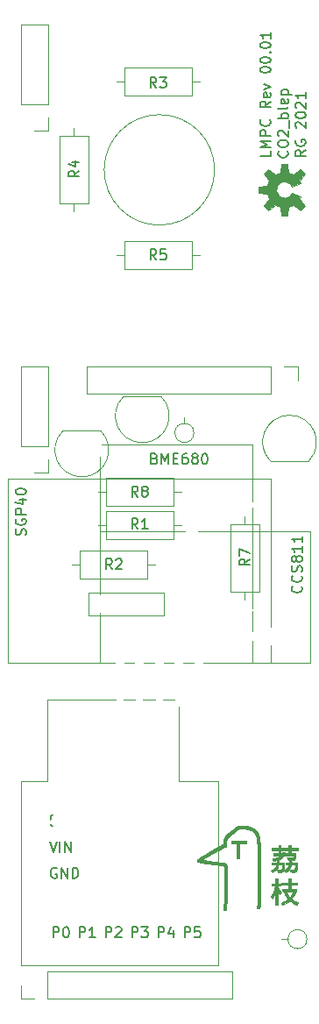
<source format=gto>
G04 #@! TF.GenerationSoftware,KiCad,Pcbnew,5.1.6*
G04 #@! TF.CreationDate,2021-12-18T09:42:17+01:00*
G04 #@! TF.ProjectId,co2_blep,636f325f-626c-4657-902e-6b696361645f,rev?*
G04 #@! TF.SameCoordinates,Original*
G04 #@! TF.FileFunction,Legend,Top*
G04 #@! TF.FilePolarity,Positive*
%FSLAX46Y46*%
G04 Gerber Fmt 4.6, Leading zero omitted, Abs format (unit mm)*
G04 Created by KiCad (PCBNEW 5.1.6) date 2021-12-18 09:42:17*
%MOMM*%
%LPD*%
G01*
G04 APERTURE LIST*
%ADD10C,0.150000*%
%ADD11C,0.010000*%
%ADD12C,0.120000*%
%ADD13C,0.900000*%
%ADD14O,1.700000X1.700000*%
%ADD15C,1.700000*%
%ADD16O,1.800000X1.800000*%
%ADD17R,1.800000X1.800000*%
%ADD18R,1.400000X1.400000*%
%ADD19C,1.400000*%
%ADD20C,3.600000*%
%ADD21C,1.801800*%
%ADD22R,1.801800X1.624000*%
%ADD23R,1.801800X1.801800*%
%ADD24O,1.500000X1.500000*%
%ADD25C,1.500000*%
G04 APERTURE END LIST*
D10*
X132357142Y-68666666D02*
X132404761Y-68714285D01*
X132452380Y-68857142D01*
X132452380Y-68952380D01*
X132404761Y-69095238D01*
X132309523Y-69190476D01*
X132214285Y-69238095D01*
X132023809Y-69285714D01*
X131880952Y-69285714D01*
X131690476Y-69238095D01*
X131595238Y-69190476D01*
X131500000Y-69095238D01*
X131452380Y-68952380D01*
X131452380Y-68857142D01*
X131500000Y-68714285D01*
X131547619Y-68666666D01*
X131452380Y-68047619D02*
X131452380Y-67857142D01*
X131500000Y-67761904D01*
X131595238Y-67666666D01*
X131785714Y-67619047D01*
X132119047Y-67619047D01*
X132309523Y-67666666D01*
X132404761Y-67761904D01*
X132452380Y-67857142D01*
X132452380Y-68047619D01*
X132404761Y-68142857D01*
X132309523Y-68238095D01*
X132119047Y-68285714D01*
X131785714Y-68285714D01*
X131595238Y-68238095D01*
X131500000Y-68142857D01*
X131452380Y-68047619D01*
X131547619Y-67238095D02*
X131500000Y-67190476D01*
X131452380Y-67095238D01*
X131452380Y-66857142D01*
X131500000Y-66761904D01*
X131547619Y-66714285D01*
X131642857Y-66666666D01*
X131738095Y-66666666D01*
X131880952Y-66714285D01*
X132452380Y-67285714D01*
X132452380Y-66666666D01*
X132547619Y-66476190D02*
X132547619Y-65714285D01*
X132452380Y-65476190D02*
X131452380Y-65476190D01*
X131833333Y-65476190D02*
X131785714Y-65380952D01*
X131785714Y-65190476D01*
X131833333Y-65095238D01*
X131880952Y-65047619D01*
X131976190Y-65000000D01*
X132261904Y-65000000D01*
X132357142Y-65047619D01*
X132404761Y-65095238D01*
X132452380Y-65190476D01*
X132452380Y-65380952D01*
X132404761Y-65476190D01*
X132452380Y-64428571D02*
X132404761Y-64523809D01*
X132309523Y-64571428D01*
X131452380Y-64571428D01*
X132404761Y-63666666D02*
X132452380Y-63761904D01*
X132452380Y-63952380D01*
X132404761Y-64047619D01*
X132309523Y-64095238D01*
X131928571Y-64095238D01*
X131833333Y-64047619D01*
X131785714Y-63952380D01*
X131785714Y-63761904D01*
X131833333Y-63666666D01*
X131928571Y-63619047D01*
X132023809Y-63619047D01*
X132119047Y-64095238D01*
X131785714Y-63190476D02*
X132785714Y-63190476D01*
X131833333Y-63190476D02*
X131785714Y-63095238D01*
X131785714Y-62904761D01*
X131833333Y-62809523D01*
X131880952Y-62761904D01*
X131976190Y-62714285D01*
X132261904Y-62714285D01*
X132357142Y-62761904D01*
X132404761Y-62809523D01*
X132452380Y-62904761D01*
X132452380Y-63095238D01*
X132404761Y-63190476D01*
X134152380Y-68576190D02*
X133676190Y-68909523D01*
X134152380Y-69147619D02*
X133152380Y-69147619D01*
X133152380Y-68766666D01*
X133200000Y-68671428D01*
X133247619Y-68623809D01*
X133342857Y-68576190D01*
X133485714Y-68576190D01*
X133580952Y-68623809D01*
X133628571Y-68671428D01*
X133676190Y-68766666D01*
X133676190Y-69147619D01*
X133200000Y-67623809D02*
X133152380Y-67719047D01*
X133152380Y-67861904D01*
X133200000Y-68004761D01*
X133295238Y-68100000D01*
X133390476Y-68147619D01*
X133580952Y-68195238D01*
X133723809Y-68195238D01*
X133914285Y-68147619D01*
X134009523Y-68100000D01*
X134104761Y-68004761D01*
X134152380Y-67861904D01*
X134152380Y-67766666D01*
X134104761Y-67623809D01*
X134057142Y-67576190D01*
X133723809Y-67576190D01*
X133723809Y-67766666D01*
X133247619Y-66433333D02*
X133200000Y-66385714D01*
X133152380Y-66290476D01*
X133152380Y-66052380D01*
X133200000Y-65957142D01*
X133247619Y-65909523D01*
X133342857Y-65861904D01*
X133438095Y-65861904D01*
X133580952Y-65909523D01*
X134152380Y-66480952D01*
X134152380Y-65861904D01*
X133152380Y-65242857D02*
X133152380Y-65147619D01*
X133200000Y-65052380D01*
X133247619Y-65004761D01*
X133342857Y-64957142D01*
X133533333Y-64909523D01*
X133771428Y-64909523D01*
X133961904Y-64957142D01*
X134057142Y-65004761D01*
X134104761Y-65052380D01*
X134152380Y-65147619D01*
X134152380Y-65242857D01*
X134104761Y-65338095D01*
X134057142Y-65385714D01*
X133961904Y-65433333D01*
X133771428Y-65480952D01*
X133533333Y-65480952D01*
X133342857Y-65433333D01*
X133247619Y-65385714D01*
X133200000Y-65338095D01*
X133152380Y-65242857D01*
X133247619Y-64528571D02*
X133200000Y-64480952D01*
X133152380Y-64385714D01*
X133152380Y-64147619D01*
X133200000Y-64052380D01*
X133247619Y-64004761D01*
X133342857Y-63957142D01*
X133438095Y-63957142D01*
X133580952Y-64004761D01*
X134152380Y-64576190D01*
X134152380Y-63957142D01*
X134152380Y-63004761D02*
X134152380Y-63576190D01*
X134152380Y-63290476D02*
X133152380Y-63290476D01*
X133295238Y-63385714D01*
X133390476Y-63480952D01*
X133438095Y-63576190D01*
X130752380Y-68676190D02*
X130752380Y-69152380D01*
X129752380Y-69152380D01*
X130752380Y-68342857D02*
X129752380Y-68342857D01*
X130466666Y-68009523D01*
X129752380Y-67676190D01*
X130752380Y-67676190D01*
X130752380Y-67200000D02*
X129752380Y-67200000D01*
X129752380Y-66819047D01*
X129800000Y-66723809D01*
X129847619Y-66676190D01*
X129942857Y-66628571D01*
X130085714Y-66628571D01*
X130180952Y-66676190D01*
X130228571Y-66723809D01*
X130276190Y-66819047D01*
X130276190Y-67200000D01*
X130657142Y-65628571D02*
X130704761Y-65676190D01*
X130752380Y-65819047D01*
X130752380Y-65914285D01*
X130704761Y-66057142D01*
X130609523Y-66152380D01*
X130514285Y-66200000D01*
X130323809Y-66247619D01*
X130180952Y-66247619D01*
X129990476Y-66200000D01*
X129895238Y-66152380D01*
X129800000Y-66057142D01*
X129752380Y-65914285D01*
X129752380Y-65819047D01*
X129800000Y-65676190D01*
X129847619Y-65628571D01*
X130752380Y-63866666D02*
X130276190Y-64200000D01*
X130752380Y-64438095D02*
X129752380Y-64438095D01*
X129752380Y-64057142D01*
X129800000Y-63961904D01*
X129847619Y-63914285D01*
X129942857Y-63866666D01*
X130085714Y-63866666D01*
X130180952Y-63914285D01*
X130228571Y-63961904D01*
X130276190Y-64057142D01*
X130276190Y-64438095D01*
X130704761Y-63057142D02*
X130752380Y-63152380D01*
X130752380Y-63342857D01*
X130704761Y-63438095D01*
X130609523Y-63485714D01*
X130228571Y-63485714D01*
X130133333Y-63438095D01*
X130085714Y-63342857D01*
X130085714Y-63152380D01*
X130133333Y-63057142D01*
X130228571Y-63009523D01*
X130323809Y-63009523D01*
X130419047Y-63485714D01*
X130085714Y-62676190D02*
X130752380Y-62438095D01*
X130085714Y-62200000D01*
X129752380Y-60866666D02*
X129752380Y-60771428D01*
X129800000Y-60676190D01*
X129847619Y-60628571D01*
X129942857Y-60580952D01*
X130133333Y-60533333D01*
X130371428Y-60533333D01*
X130561904Y-60580952D01*
X130657142Y-60628571D01*
X130704761Y-60676190D01*
X130752380Y-60771428D01*
X130752380Y-60866666D01*
X130704761Y-60961904D01*
X130657142Y-61009523D01*
X130561904Y-61057142D01*
X130371428Y-61104761D01*
X130133333Y-61104761D01*
X129942857Y-61057142D01*
X129847619Y-61009523D01*
X129800000Y-60961904D01*
X129752380Y-60866666D01*
X129752380Y-59914285D02*
X129752380Y-59819047D01*
X129800000Y-59723809D01*
X129847619Y-59676190D01*
X129942857Y-59628571D01*
X130133333Y-59580952D01*
X130371428Y-59580952D01*
X130561904Y-59628571D01*
X130657142Y-59676190D01*
X130704761Y-59723809D01*
X130752380Y-59819047D01*
X130752380Y-59914285D01*
X130704761Y-60009523D01*
X130657142Y-60057142D01*
X130561904Y-60104761D01*
X130371428Y-60152380D01*
X130133333Y-60152380D01*
X129942857Y-60104761D01*
X129847619Y-60057142D01*
X129800000Y-60009523D01*
X129752380Y-59914285D01*
X130657142Y-59152380D02*
X130704761Y-59104761D01*
X130752380Y-59152380D01*
X130704761Y-59200000D01*
X130657142Y-59152380D01*
X130752380Y-59152380D01*
X129752380Y-58485714D02*
X129752380Y-58390476D01*
X129800000Y-58295238D01*
X129847619Y-58247619D01*
X129942857Y-58200000D01*
X130133333Y-58152380D01*
X130371428Y-58152380D01*
X130561904Y-58200000D01*
X130657142Y-58247619D01*
X130704761Y-58295238D01*
X130752380Y-58390476D01*
X130752380Y-58485714D01*
X130704761Y-58580952D01*
X130657142Y-58628571D01*
X130561904Y-58676190D01*
X130371428Y-58723809D01*
X130133333Y-58723809D01*
X129942857Y-58676190D01*
X129847619Y-58628571D01*
X129800000Y-58580952D01*
X129752380Y-58485714D01*
X130752380Y-57200000D02*
X130752380Y-57771428D01*
X130752380Y-57485714D02*
X129752380Y-57485714D01*
X129895238Y-57580952D01*
X129990476Y-57676190D01*
X130038095Y-57771428D01*
D11*
G36*
X128228865Y-133841073D02*
G01*
X128388313Y-133854988D01*
X128530775Y-133878602D01*
X128634120Y-133907147D01*
X128699769Y-133925976D01*
X128757196Y-133935655D01*
X128765845Y-133936000D01*
X128806712Y-133944070D01*
X128870593Y-133965409D01*
X128947737Y-133995708D01*
X129028394Y-134030661D01*
X129102814Y-134065959D01*
X129161248Y-134097295D01*
X129193946Y-134120361D01*
X129197667Y-134126786D01*
X129213995Y-134144216D01*
X129254121Y-134171792D01*
X129262367Y-134176759D01*
X129346762Y-134237912D01*
X129423957Y-134313970D01*
X129486252Y-134395219D01*
X129525950Y-134471947D01*
X129536275Y-134522324D01*
X129544993Y-134564545D01*
X129566881Y-134624200D01*
X129576253Y-134645084D01*
X129615664Y-134735052D01*
X129642820Y-134817153D01*
X129660656Y-134904795D01*
X129672108Y-135011384D01*
X129678220Y-135110750D01*
X129685127Y-135209819D01*
X129694647Y-135296371D01*
X129705396Y-135359670D01*
X129713698Y-135385917D01*
X129719107Y-135412682D01*
X129724223Y-135473797D01*
X129729074Y-135570276D01*
X129733686Y-135703136D01*
X129738086Y-135873394D01*
X129742301Y-136082064D01*
X129746358Y-136330164D01*
X129750283Y-136618709D01*
X129753567Y-136899334D01*
X129759714Y-137491611D01*
X129764683Y-138042165D01*
X129768469Y-138551591D01*
X129771064Y-139020482D01*
X129772463Y-139449434D01*
X129772660Y-139839040D01*
X129771647Y-140189895D01*
X129769418Y-140502593D01*
X129765968Y-140777728D01*
X129761289Y-141015895D01*
X129755376Y-141217688D01*
X129748222Y-141383701D01*
X129739820Y-141514529D01*
X129730165Y-141610765D01*
X129719250Y-141673005D01*
X129707068Y-141701843D01*
X129702142Y-141704167D01*
X129687799Y-141721925D01*
X129684500Y-141746500D01*
X129679447Y-141770965D01*
X129657600Y-141783709D01*
X129608926Y-141788382D01*
X129568084Y-141788834D01*
X129451667Y-141788834D01*
X129451667Y-141651250D01*
X129454142Y-141581184D01*
X129460620Y-141531630D01*
X129469309Y-141513667D01*
X129481627Y-141500455D01*
X129492716Y-141460175D01*
X129502587Y-141391859D01*
X129511252Y-141294539D01*
X129518720Y-141167247D01*
X129525005Y-141009016D01*
X129530116Y-140818879D01*
X129534066Y-140595867D01*
X129536865Y-140339013D01*
X129538524Y-140047349D01*
X129539055Y-139719907D01*
X129538470Y-139355720D01*
X129536779Y-138953821D01*
X129533993Y-138513241D01*
X129530124Y-138033013D01*
X129525184Y-137512169D01*
X129520710Y-137087782D01*
X129516967Y-136768962D01*
X129513155Y-136491174D01*
X129509238Y-136253118D01*
X129505183Y-136053493D01*
X129500954Y-135891000D01*
X129496518Y-135764337D01*
X129491839Y-135672204D01*
X129486884Y-135613300D01*
X129481617Y-135586325D01*
X129480795Y-135584949D01*
X129470319Y-135552812D01*
X129459936Y-135488123D01*
X129450923Y-135400646D01*
X129445102Y-135311834D01*
X129428940Y-135122488D01*
X129400757Y-134972537D01*
X129360268Y-134860705D01*
X129336121Y-134819820D01*
X129310733Y-134765032D01*
X129303500Y-134723649D01*
X129295383Y-134671332D01*
X129268370Y-134615845D01*
X129218472Y-134552145D01*
X129141700Y-134475190D01*
X129034061Y-134379940D01*
X129026134Y-134373193D01*
X128975332Y-134338751D01*
X128894699Y-134294354D01*
X128793944Y-134245179D01*
X128742584Y-134221970D01*
X128668505Y-134194890D01*
X128569371Y-134166356D01*
X128454786Y-134138294D01*
X128334355Y-134112630D01*
X128217681Y-134091291D01*
X128114369Y-134076203D01*
X128034023Y-134069293D01*
X127991167Y-134071246D01*
X127944114Y-134080589D01*
X127871093Y-134094892D01*
X127787702Y-134111101D01*
X127785666Y-134111495D01*
X127715410Y-134126047D01*
X127659634Y-134142003D01*
X127610398Y-134164360D01*
X127559761Y-134198112D01*
X127499781Y-134248254D01*
X127422518Y-134319782D01*
X127360497Y-134378931D01*
X127294258Y-134438087D01*
X127229255Y-134489163D01*
X127180580Y-134520511D01*
X127116927Y-134561529D01*
X127059314Y-134611889D01*
X127010380Y-134654099D01*
X126941519Y-134701752D01*
X126892631Y-134730634D01*
X126827881Y-134771618D01*
X126777759Y-134813749D01*
X126757646Y-134839978D01*
X126726054Y-134882068D01*
X126698033Y-134899708D01*
X126665069Y-134926461D01*
X126623510Y-134982849D01*
X126578891Y-135058600D01*
X126536746Y-135143442D01*
X126502611Y-135227105D01*
X126482019Y-135299316D01*
X126481659Y-135301250D01*
X126472737Y-135367228D01*
X126463989Y-135461269D01*
X126456608Y-135569116D01*
X126452892Y-135645209D01*
X126443437Y-135883334D01*
X126360428Y-135883334D01*
X126323365Y-135887770D01*
X126274068Y-135902539D01*
X126207645Y-135929825D01*
X126119202Y-135971816D01*
X126003846Y-136030698D01*
X125859175Y-136107324D01*
X125737826Y-136172758D01*
X125629348Y-136232104D01*
X125539217Y-136282293D01*
X125472913Y-136320260D01*
X125435913Y-136342939D01*
X125430174Y-136347487D01*
X125408762Y-136362477D01*
X125356421Y-136393594D01*
X125279627Y-136437145D01*
X125184857Y-136489437D01*
X125112788Y-136528461D01*
X125008346Y-136585492D01*
X124916486Y-136637344D01*
X124844001Y-136680051D01*
X124797679Y-136709645D01*
X124784705Y-136720109D01*
X124758452Y-136739919D01*
X124702600Y-136774260D01*
X124625231Y-136818380D01*
X124534432Y-136867523D01*
X124530417Y-136869641D01*
X124440940Y-136917829D01*
X124366182Y-136960059D01*
X124313609Y-136991975D01*
X124290686Y-137009216D01*
X124290379Y-137009774D01*
X124268204Y-137030691D01*
X124224200Y-137057703D01*
X124220896Y-137059430D01*
X124181610Y-137085543D01*
X124168237Y-137106622D01*
X124168930Y-137108325D01*
X124193417Y-137119783D01*
X124248507Y-137134599D01*
X124322948Y-137149811D01*
X124333664Y-137151699D01*
X124439317Y-137170402D01*
X124555242Y-137191590D01*
X124636250Y-137206846D01*
X124734523Y-137224142D01*
X124851868Y-137242363D01*
X124978157Y-137260201D01*
X125103261Y-137276349D01*
X125217050Y-137289501D01*
X125309395Y-137298349D01*
X125370166Y-137301586D01*
X125370414Y-137301586D01*
X125441693Y-137308163D01*
X125506250Y-137324174D01*
X125507997Y-137324846D01*
X125548939Y-137334540D01*
X125623446Y-137346202D01*
X125722863Y-137358703D01*
X125838533Y-137370914D01*
X125914782Y-137377860D01*
X126032669Y-137388872D01*
X126136297Y-137400324D01*
X126218063Y-137411234D01*
X126270365Y-137420622D01*
X126285199Y-137425619D01*
X126321074Y-137441927D01*
X126375935Y-137456505D01*
X126378437Y-137456988D01*
X126408153Y-137462099D01*
X126433388Y-137467435D01*
X126454558Y-137476263D01*
X126472076Y-137491847D01*
X126486357Y-137517452D01*
X126497815Y-137556344D01*
X126506865Y-137611787D01*
X126513922Y-137687048D01*
X126519398Y-137785391D01*
X126523710Y-137910081D01*
X126527271Y-138064384D01*
X126530495Y-138251565D01*
X126533798Y-138474888D01*
X126537151Y-138707571D01*
X126542397Y-139101265D01*
X126545935Y-139456612D01*
X126547662Y-139777566D01*
X126547472Y-140068084D01*
X126545262Y-140332119D01*
X126540927Y-140573629D01*
X126534362Y-140796568D01*
X126525462Y-141004891D01*
X126514125Y-141202553D01*
X126500243Y-141393511D01*
X126483715Y-141581720D01*
X126464434Y-141771134D01*
X126453651Y-141868209D01*
X126443406Y-141958167D01*
X126207142Y-141958167D01*
X126221474Y-141720042D01*
X126230994Y-141593790D01*
X126244948Y-141447814D01*
X126261112Y-141304197D01*
X126271006Y-141227917D01*
X126277916Y-141173432D01*
X126283852Y-141114774D01*
X126288875Y-141048566D01*
X126293045Y-140971435D01*
X126296424Y-140880005D01*
X126299071Y-140770901D01*
X126301047Y-140640748D01*
X126302414Y-140486171D01*
X126303232Y-140303794D01*
X126303561Y-140090243D01*
X126303463Y-139842142D01*
X126302998Y-139556117D01*
X126302792Y-139460500D01*
X126302045Y-139207818D01*
X126300986Y-138965052D01*
X126299652Y-138735913D01*
X126298082Y-138524109D01*
X126296311Y-138333351D01*
X126294378Y-138167347D01*
X126292321Y-138029807D01*
X126290175Y-137924440D01*
X126287979Y-137854956D01*
X126286346Y-137828839D01*
X126273314Y-137710594D01*
X126110949Y-137665747D01*
X125998128Y-137641203D01*
X125859212Y-137621224D01*
X125710374Y-137608085D01*
X125694584Y-137607181D01*
X125585898Y-137599238D01*
X125484368Y-137588133D01*
X125402228Y-137575418D01*
X125355917Y-137564205D01*
X125277414Y-137544587D01*
X125196319Y-137534957D01*
X125186584Y-137534763D01*
X125121715Y-137531172D01*
X125023490Y-137521322D01*
X124900243Y-137506301D01*
X124760310Y-137487193D01*
X124612026Y-137465086D01*
X124463725Y-137441065D01*
X124451042Y-137438912D01*
X124238366Y-137402764D01*
X124064950Y-137373544D01*
X123928359Y-137350845D01*
X123826158Y-137334261D01*
X123789584Y-137328505D01*
X123683750Y-137312084D01*
X123677066Y-137218531D01*
X123675086Y-137127676D01*
X123689582Y-137065382D01*
X123727755Y-137018905D01*
X123796811Y-136975501D01*
X123821708Y-136962645D01*
X123885722Y-136927646D01*
X123931253Y-136897629D01*
X123948334Y-136879289D01*
X123965676Y-136857583D01*
X123986935Y-136847601D01*
X124032563Y-136823721D01*
X124066310Y-136797587D01*
X124100589Y-136772978D01*
X124163357Y-136734258D01*
X124245536Y-136686830D01*
X124333849Y-136638343D01*
X124424886Y-136588414D01*
X124504037Y-136542857D01*
X124562681Y-136506776D01*
X124591896Y-136485581D01*
X124620636Y-136465261D01*
X124679737Y-136429416D01*
X124762066Y-136382173D01*
X124860488Y-136327661D01*
X124926047Y-136292245D01*
X125028898Y-136236558D01*
X125118253Y-136186936D01*
X125187555Y-136147121D01*
X125230243Y-136120854D01*
X125240622Y-136112802D01*
X125262011Y-136098073D01*
X125315186Y-136066743D01*
X125394499Y-136021982D01*
X125494304Y-135966963D01*
X125608953Y-135904856D01*
X125650593Y-135882539D01*
X125770545Y-135817773D01*
X125878959Y-135758005D01*
X125969821Y-135706649D01*
X126037120Y-135667120D01*
X126074844Y-135642832D01*
X126079608Y-135638916D01*
X126124840Y-135614140D01*
X126160310Y-135608167D01*
X126183817Y-135606026D01*
X126199059Y-135594263D01*
X126208482Y-135564870D01*
X126214531Y-135509837D01*
X126219652Y-135421154D01*
X126220094Y-135412375D01*
X126226780Y-135310183D01*
X126235943Y-135210062D01*
X126245920Y-135129389D01*
X126248972Y-135110750D01*
X126268502Y-135040117D01*
X126301712Y-134956325D01*
X126343313Y-134869381D01*
X126388016Y-134789289D01*
X126430533Y-134726054D01*
X126465575Y-134689681D01*
X126473749Y-134685532D01*
X126511905Y-134657599D01*
X126534437Y-134624095D01*
X126565056Y-134587217D01*
X126620164Y-134544324D01*
X126665438Y-134517056D01*
X126737147Y-134473614D01*
X126801698Y-134425926D01*
X126829090Y-134400824D01*
X126888177Y-134349514D01*
X126954515Y-134306450D01*
X126956090Y-134305635D01*
X127009405Y-134271217D01*
X127076340Y-134218476D01*
X127133917Y-134166766D01*
X127212766Y-134091014D01*
X127268206Y-134038586D01*
X127307218Y-134003336D01*
X127336784Y-133979119D01*
X127363886Y-133959789D01*
X127384141Y-133946513D01*
X127469753Y-133907766D01*
X127588594Y-133877137D01*
X127732295Y-133854890D01*
X127892487Y-133841288D01*
X128060800Y-133836594D01*
X128228865Y-133841073D01*
G37*
X128228865Y-133841073D02*
X128388313Y-133854988D01*
X128530775Y-133878602D01*
X128634120Y-133907147D01*
X128699769Y-133925976D01*
X128757196Y-133935655D01*
X128765845Y-133936000D01*
X128806712Y-133944070D01*
X128870593Y-133965409D01*
X128947737Y-133995708D01*
X129028394Y-134030661D01*
X129102814Y-134065959D01*
X129161248Y-134097295D01*
X129193946Y-134120361D01*
X129197667Y-134126786D01*
X129213995Y-134144216D01*
X129254121Y-134171792D01*
X129262367Y-134176759D01*
X129346762Y-134237912D01*
X129423957Y-134313970D01*
X129486252Y-134395219D01*
X129525950Y-134471947D01*
X129536275Y-134522324D01*
X129544993Y-134564545D01*
X129566881Y-134624200D01*
X129576253Y-134645084D01*
X129615664Y-134735052D01*
X129642820Y-134817153D01*
X129660656Y-134904795D01*
X129672108Y-135011384D01*
X129678220Y-135110750D01*
X129685127Y-135209819D01*
X129694647Y-135296371D01*
X129705396Y-135359670D01*
X129713698Y-135385917D01*
X129719107Y-135412682D01*
X129724223Y-135473797D01*
X129729074Y-135570276D01*
X129733686Y-135703136D01*
X129738086Y-135873394D01*
X129742301Y-136082064D01*
X129746358Y-136330164D01*
X129750283Y-136618709D01*
X129753567Y-136899334D01*
X129759714Y-137491611D01*
X129764683Y-138042165D01*
X129768469Y-138551591D01*
X129771064Y-139020482D01*
X129772463Y-139449434D01*
X129772660Y-139839040D01*
X129771647Y-140189895D01*
X129769418Y-140502593D01*
X129765968Y-140777728D01*
X129761289Y-141015895D01*
X129755376Y-141217688D01*
X129748222Y-141383701D01*
X129739820Y-141514529D01*
X129730165Y-141610765D01*
X129719250Y-141673005D01*
X129707068Y-141701843D01*
X129702142Y-141704167D01*
X129687799Y-141721925D01*
X129684500Y-141746500D01*
X129679447Y-141770965D01*
X129657600Y-141783709D01*
X129608926Y-141788382D01*
X129568084Y-141788834D01*
X129451667Y-141788834D01*
X129451667Y-141651250D01*
X129454142Y-141581184D01*
X129460620Y-141531630D01*
X129469309Y-141513667D01*
X129481627Y-141500455D01*
X129492716Y-141460175D01*
X129502587Y-141391859D01*
X129511252Y-141294539D01*
X129518720Y-141167247D01*
X129525005Y-141009016D01*
X129530116Y-140818879D01*
X129534066Y-140595867D01*
X129536865Y-140339013D01*
X129538524Y-140047349D01*
X129539055Y-139719907D01*
X129538470Y-139355720D01*
X129536779Y-138953821D01*
X129533993Y-138513241D01*
X129530124Y-138033013D01*
X129525184Y-137512169D01*
X129520710Y-137087782D01*
X129516967Y-136768962D01*
X129513155Y-136491174D01*
X129509238Y-136253118D01*
X129505183Y-136053493D01*
X129500954Y-135891000D01*
X129496518Y-135764337D01*
X129491839Y-135672204D01*
X129486884Y-135613300D01*
X129481617Y-135586325D01*
X129480795Y-135584949D01*
X129470319Y-135552812D01*
X129459936Y-135488123D01*
X129450923Y-135400646D01*
X129445102Y-135311834D01*
X129428940Y-135122488D01*
X129400757Y-134972537D01*
X129360268Y-134860705D01*
X129336121Y-134819820D01*
X129310733Y-134765032D01*
X129303500Y-134723649D01*
X129295383Y-134671332D01*
X129268370Y-134615845D01*
X129218472Y-134552145D01*
X129141700Y-134475190D01*
X129034061Y-134379940D01*
X129026134Y-134373193D01*
X128975332Y-134338751D01*
X128894699Y-134294354D01*
X128793944Y-134245179D01*
X128742584Y-134221970D01*
X128668505Y-134194890D01*
X128569371Y-134166356D01*
X128454786Y-134138294D01*
X128334355Y-134112630D01*
X128217681Y-134091291D01*
X128114369Y-134076203D01*
X128034023Y-134069293D01*
X127991167Y-134071246D01*
X127944114Y-134080589D01*
X127871093Y-134094892D01*
X127787702Y-134111101D01*
X127785666Y-134111495D01*
X127715410Y-134126047D01*
X127659634Y-134142003D01*
X127610398Y-134164360D01*
X127559761Y-134198112D01*
X127499781Y-134248254D01*
X127422518Y-134319782D01*
X127360497Y-134378931D01*
X127294258Y-134438087D01*
X127229255Y-134489163D01*
X127180580Y-134520511D01*
X127116927Y-134561529D01*
X127059314Y-134611889D01*
X127010380Y-134654099D01*
X126941519Y-134701752D01*
X126892631Y-134730634D01*
X126827881Y-134771618D01*
X126777759Y-134813749D01*
X126757646Y-134839978D01*
X126726054Y-134882068D01*
X126698033Y-134899708D01*
X126665069Y-134926461D01*
X126623510Y-134982849D01*
X126578891Y-135058600D01*
X126536746Y-135143442D01*
X126502611Y-135227105D01*
X126482019Y-135299316D01*
X126481659Y-135301250D01*
X126472737Y-135367228D01*
X126463989Y-135461269D01*
X126456608Y-135569116D01*
X126452892Y-135645209D01*
X126443437Y-135883334D01*
X126360428Y-135883334D01*
X126323365Y-135887770D01*
X126274068Y-135902539D01*
X126207645Y-135929825D01*
X126119202Y-135971816D01*
X126003846Y-136030698D01*
X125859175Y-136107324D01*
X125737826Y-136172758D01*
X125629348Y-136232104D01*
X125539217Y-136282293D01*
X125472913Y-136320260D01*
X125435913Y-136342939D01*
X125430174Y-136347487D01*
X125408762Y-136362477D01*
X125356421Y-136393594D01*
X125279627Y-136437145D01*
X125184857Y-136489437D01*
X125112788Y-136528461D01*
X125008346Y-136585492D01*
X124916486Y-136637344D01*
X124844001Y-136680051D01*
X124797679Y-136709645D01*
X124784705Y-136720109D01*
X124758452Y-136739919D01*
X124702600Y-136774260D01*
X124625231Y-136818380D01*
X124534432Y-136867523D01*
X124530417Y-136869641D01*
X124440940Y-136917829D01*
X124366182Y-136960059D01*
X124313609Y-136991975D01*
X124290686Y-137009216D01*
X124290379Y-137009774D01*
X124268204Y-137030691D01*
X124224200Y-137057703D01*
X124220896Y-137059430D01*
X124181610Y-137085543D01*
X124168237Y-137106622D01*
X124168930Y-137108325D01*
X124193417Y-137119783D01*
X124248507Y-137134599D01*
X124322948Y-137149811D01*
X124333664Y-137151699D01*
X124439317Y-137170402D01*
X124555242Y-137191590D01*
X124636250Y-137206846D01*
X124734523Y-137224142D01*
X124851868Y-137242363D01*
X124978157Y-137260201D01*
X125103261Y-137276349D01*
X125217050Y-137289501D01*
X125309395Y-137298349D01*
X125370166Y-137301586D01*
X125370414Y-137301586D01*
X125441693Y-137308163D01*
X125506250Y-137324174D01*
X125507997Y-137324846D01*
X125548939Y-137334540D01*
X125623446Y-137346202D01*
X125722863Y-137358703D01*
X125838533Y-137370914D01*
X125914782Y-137377860D01*
X126032669Y-137388872D01*
X126136297Y-137400324D01*
X126218063Y-137411234D01*
X126270365Y-137420622D01*
X126285199Y-137425619D01*
X126321074Y-137441927D01*
X126375935Y-137456505D01*
X126378437Y-137456988D01*
X126408153Y-137462099D01*
X126433388Y-137467435D01*
X126454558Y-137476263D01*
X126472076Y-137491847D01*
X126486357Y-137517452D01*
X126497815Y-137556344D01*
X126506865Y-137611787D01*
X126513922Y-137687048D01*
X126519398Y-137785391D01*
X126523710Y-137910081D01*
X126527271Y-138064384D01*
X126530495Y-138251565D01*
X126533798Y-138474888D01*
X126537151Y-138707571D01*
X126542397Y-139101265D01*
X126545935Y-139456612D01*
X126547662Y-139777566D01*
X126547472Y-140068084D01*
X126545262Y-140332119D01*
X126540927Y-140573629D01*
X126534362Y-140796568D01*
X126525462Y-141004891D01*
X126514125Y-141202553D01*
X126500243Y-141393511D01*
X126483715Y-141581720D01*
X126464434Y-141771134D01*
X126453651Y-141868209D01*
X126443406Y-141958167D01*
X126207142Y-141958167D01*
X126221474Y-141720042D01*
X126230994Y-141593790D01*
X126244948Y-141447814D01*
X126261112Y-141304197D01*
X126271006Y-141227917D01*
X126277916Y-141173432D01*
X126283852Y-141114774D01*
X126288875Y-141048566D01*
X126293045Y-140971435D01*
X126296424Y-140880005D01*
X126299071Y-140770901D01*
X126301047Y-140640748D01*
X126302414Y-140486171D01*
X126303232Y-140303794D01*
X126303561Y-140090243D01*
X126303463Y-139842142D01*
X126302998Y-139556117D01*
X126302792Y-139460500D01*
X126302045Y-139207818D01*
X126300986Y-138965052D01*
X126299652Y-138735913D01*
X126298082Y-138524109D01*
X126296311Y-138333351D01*
X126294378Y-138167347D01*
X126292321Y-138029807D01*
X126290175Y-137924440D01*
X126287979Y-137854956D01*
X126286346Y-137828839D01*
X126273314Y-137710594D01*
X126110949Y-137665747D01*
X125998128Y-137641203D01*
X125859212Y-137621224D01*
X125710374Y-137608085D01*
X125694584Y-137607181D01*
X125585898Y-137599238D01*
X125484368Y-137588133D01*
X125402228Y-137575418D01*
X125355917Y-137564205D01*
X125277414Y-137544587D01*
X125196319Y-137534957D01*
X125186584Y-137534763D01*
X125121715Y-137531172D01*
X125023490Y-137521322D01*
X124900243Y-137506301D01*
X124760310Y-137487193D01*
X124612026Y-137465086D01*
X124463725Y-137441065D01*
X124451042Y-137438912D01*
X124238366Y-137402764D01*
X124064950Y-137373544D01*
X123928359Y-137350845D01*
X123826158Y-137334261D01*
X123789584Y-137328505D01*
X123683750Y-137312084D01*
X123677066Y-137218531D01*
X123675086Y-137127676D01*
X123689582Y-137065382D01*
X123727755Y-137018905D01*
X123796811Y-136975501D01*
X123821708Y-136962645D01*
X123885722Y-136927646D01*
X123931253Y-136897629D01*
X123948334Y-136879289D01*
X123965676Y-136857583D01*
X123986935Y-136847601D01*
X124032563Y-136823721D01*
X124066310Y-136797587D01*
X124100589Y-136772978D01*
X124163357Y-136734258D01*
X124245536Y-136686830D01*
X124333849Y-136638343D01*
X124424886Y-136588414D01*
X124504037Y-136542857D01*
X124562681Y-136506776D01*
X124591896Y-136485581D01*
X124620636Y-136465261D01*
X124679737Y-136429416D01*
X124762066Y-136382173D01*
X124860488Y-136327661D01*
X124926047Y-136292245D01*
X125028898Y-136236558D01*
X125118253Y-136186936D01*
X125187555Y-136147121D01*
X125230243Y-136120854D01*
X125240622Y-136112802D01*
X125262011Y-136098073D01*
X125315186Y-136066743D01*
X125394499Y-136021982D01*
X125494304Y-135966963D01*
X125608953Y-135904856D01*
X125650593Y-135882539D01*
X125770545Y-135817773D01*
X125878959Y-135758005D01*
X125969821Y-135706649D01*
X126037120Y-135667120D01*
X126074844Y-135642832D01*
X126079608Y-135638916D01*
X126124840Y-135614140D01*
X126160310Y-135608167D01*
X126183817Y-135606026D01*
X126199059Y-135594263D01*
X126208482Y-135564870D01*
X126214531Y-135509837D01*
X126219652Y-135421154D01*
X126220094Y-135412375D01*
X126226780Y-135310183D01*
X126235943Y-135210062D01*
X126245920Y-135129389D01*
X126248972Y-135110750D01*
X126268502Y-135040117D01*
X126301712Y-134956325D01*
X126343313Y-134869381D01*
X126388016Y-134789289D01*
X126430533Y-134726054D01*
X126465575Y-134689681D01*
X126473749Y-134685532D01*
X126511905Y-134657599D01*
X126534437Y-134624095D01*
X126565056Y-134587217D01*
X126620164Y-134544324D01*
X126665438Y-134517056D01*
X126737147Y-134473614D01*
X126801698Y-134425926D01*
X126829090Y-134400824D01*
X126888177Y-134349514D01*
X126954515Y-134306450D01*
X126956090Y-134305635D01*
X127009405Y-134271217D01*
X127076340Y-134218476D01*
X127133917Y-134166766D01*
X127212766Y-134091014D01*
X127268206Y-134038586D01*
X127307218Y-134003336D01*
X127336784Y-133979119D01*
X127363886Y-133959789D01*
X127384141Y-133946513D01*
X127469753Y-133907766D01*
X127588594Y-133877137D01*
X127732295Y-133854890D01*
X127892487Y-133841288D01*
X128060800Y-133836594D01*
X128228865Y-133841073D01*
G36*
X128393334Y-135502334D02*
G01*
X127721829Y-135502334D01*
X127707539Y-135623915D01*
X127704294Y-135677158D01*
X127702369Y-135765844D01*
X127701759Y-135883102D01*
X127702462Y-136022061D01*
X127704472Y-136175852D01*
X127707787Y-136337603D01*
X127707933Y-136343581D01*
X127722616Y-136941667D01*
X127489875Y-136941667D01*
X127475938Y-136525513D01*
X127471297Y-136369568D01*
X127467312Y-136202416D01*
X127464259Y-136038448D01*
X127462419Y-135892057D01*
X127462000Y-135805846D01*
X127462000Y-135502334D01*
X126954000Y-135502334D01*
X126954000Y-135269500D01*
X128393334Y-135269500D01*
X128393334Y-135502334D01*
G37*
X128393334Y-135502334D02*
X127721829Y-135502334D01*
X127707539Y-135623915D01*
X127704294Y-135677158D01*
X127702369Y-135765844D01*
X127701759Y-135883102D01*
X127702462Y-136022061D01*
X127704472Y-136175852D01*
X127707787Y-136337603D01*
X127707933Y-136343581D01*
X127722616Y-136941667D01*
X127489875Y-136941667D01*
X127475938Y-136525513D01*
X127471297Y-136369568D01*
X127467312Y-136202416D01*
X127464259Y-136038448D01*
X127462419Y-135892057D01*
X127462000Y-135805846D01*
X127462000Y-135502334D01*
X126954000Y-135502334D01*
X126954000Y-135269500D01*
X128393334Y-135269500D01*
X128393334Y-135502334D01*
G36*
X133687500Y-71744680D02*
G01*
X133555420Y-71490680D01*
X134068500Y-70863300D01*
X133636700Y-70431500D01*
X133009320Y-70944580D01*
X132755320Y-70812500D01*
X132486080Y-70726140D01*
X132402260Y-69920960D01*
X131797740Y-69920960D01*
X131713920Y-70726140D01*
X131444680Y-70812500D01*
X131190680Y-70944580D01*
X130563300Y-70431500D01*
X130131500Y-70863300D01*
X130644580Y-71490680D01*
X130512500Y-71744680D01*
X130426140Y-72013920D01*
X129620960Y-72097740D01*
X129620960Y-72702260D01*
X130426140Y-72786080D01*
X130512500Y-73055320D01*
X130644580Y-73309320D01*
X130131500Y-73936700D01*
X130563300Y-74368500D01*
X131190680Y-73855420D01*
X131444680Y-73987500D01*
X131713920Y-74073860D01*
X131797740Y-74879040D01*
X132402260Y-74879040D01*
X132486080Y-74073860D01*
X132755320Y-73987500D01*
X133009320Y-73855420D01*
X133636700Y-74368500D01*
X134068500Y-73936700D01*
X133555420Y-73309320D01*
X133687500Y-73055320D01*
X132821360Y-72697180D01*
X132747700Y-72831800D01*
X132651180Y-72951180D01*
X132531800Y-73047700D01*
X132397180Y-73121360D01*
X132252400Y-73164540D01*
X132100000Y-73179780D01*
X131942520Y-73164540D01*
X131787580Y-73113740D01*
X131650420Y-73035000D01*
X131528500Y-72930860D01*
X131431980Y-72801320D01*
X131363400Y-72656540D01*
X131327840Y-72501600D01*
X131322760Y-72344120D01*
X131350700Y-72184100D01*
X131411660Y-72036780D01*
X131500560Y-71902160D01*
X131614860Y-71790400D01*
X131749480Y-71704040D01*
X131899340Y-71645620D01*
X132056820Y-71620220D01*
X132214300Y-71627840D01*
X132369240Y-71668480D01*
X132514020Y-71739600D01*
X132641020Y-71838660D01*
X132745160Y-71960580D01*
X132821360Y-72102820D01*
X133687500Y-71744680D01*
G37*
X133687500Y-71744680D02*
X133555420Y-71490680D01*
X134068500Y-70863300D01*
X133636700Y-70431500D01*
X133009320Y-70944580D01*
X132755320Y-70812500D01*
X132486080Y-70726140D01*
X132402260Y-69920960D01*
X131797740Y-69920960D01*
X131713920Y-70726140D01*
X131444680Y-70812500D01*
X131190680Y-70944580D01*
X130563300Y-70431500D01*
X130131500Y-70863300D01*
X130644580Y-71490680D01*
X130512500Y-71744680D01*
X130426140Y-72013920D01*
X129620960Y-72097740D01*
X129620960Y-72702260D01*
X130426140Y-72786080D01*
X130512500Y-73055320D01*
X130644580Y-73309320D01*
X130131500Y-73936700D01*
X130563300Y-74368500D01*
X131190680Y-73855420D01*
X131444680Y-73987500D01*
X131713920Y-74073860D01*
X131797740Y-74879040D01*
X132402260Y-74879040D01*
X132486080Y-74073860D01*
X132755320Y-73987500D01*
X133009320Y-73855420D01*
X133636700Y-74368500D01*
X134068500Y-73936700D01*
X133555420Y-73309320D01*
X133687500Y-73055320D01*
X132821360Y-72697180D01*
X132747700Y-72831800D01*
X132651180Y-72951180D01*
X132531800Y-73047700D01*
X132397180Y-73121360D01*
X132252400Y-73164540D01*
X132100000Y-73179780D01*
X131942520Y-73164540D01*
X131787580Y-73113740D01*
X131650420Y-73035000D01*
X131528500Y-72930860D01*
X131431980Y-72801320D01*
X131363400Y-72656540D01*
X131327840Y-72501600D01*
X131322760Y-72344120D01*
X131350700Y-72184100D01*
X131411660Y-72036780D01*
X131500560Y-71902160D01*
X131614860Y-71790400D01*
X131749480Y-71704040D01*
X131899340Y-71645620D01*
X132056820Y-71620220D01*
X132214300Y-71627840D01*
X132369240Y-71668480D01*
X132514020Y-71739600D01*
X132641020Y-71838660D01*
X132745160Y-71960580D01*
X132821360Y-72102820D01*
X133687500Y-71744680D01*
G36*
X132692667Y-139298500D02*
G01*
X133348833Y-139298500D01*
X133348833Y-139510167D01*
X132692667Y-139510167D01*
X132692667Y-139954667D01*
X133221833Y-139954667D01*
X133221626Y-140065792D01*
X133206301Y-140167846D01*
X133162780Y-140292098D01*
X133094251Y-140432336D01*
X133003899Y-140582346D01*
X132894912Y-140735915D01*
X132846358Y-140797507D01*
X132772098Y-140888931D01*
X132820075Y-140924507D01*
X132940225Y-141005320D01*
X133079308Y-141086094D01*
X133215908Y-141154677D01*
X133258532Y-141173288D01*
X133328908Y-141202734D01*
X133382050Y-141225351D01*
X133407667Y-141236753D01*
X133408430Y-141237176D01*
X133402370Y-141256243D01*
X133379986Y-141301756D01*
X133348725Y-141359182D01*
X133282340Y-141476809D01*
X133162128Y-141423854D01*
X133036196Y-141362585D01*
X132906604Y-141289631D01*
X132787258Y-141213390D01*
X132692062Y-141142261D01*
X132682725Y-141134297D01*
X132598701Y-141061285D01*
X132463225Y-141165121D01*
X132243492Y-141308899D01*
X131990407Y-141429396D01*
X131973129Y-141436283D01*
X131867500Y-141477918D01*
X131812993Y-141370354D01*
X131784597Y-141311182D01*
X131767581Y-141269493D01*
X131765202Y-141256428D01*
X131786738Y-141245886D01*
X131836853Y-141224292D01*
X131904802Y-141196272D01*
X131906425Y-141195615D01*
X132021622Y-141144299D01*
X132141168Y-141083162D01*
X132251814Y-141019525D01*
X132340310Y-140960713D01*
X132362312Y-140943678D01*
X132423541Y-140893635D01*
X132323668Y-140757526D01*
X132272007Y-140680032D01*
X132211809Y-140578864D01*
X132151737Y-140469029D01*
X132114273Y-140394759D01*
X132065006Y-140295475D01*
X132028230Y-140229105D01*
X131999793Y-140189638D01*
X131997693Y-140188029D01*
X132269333Y-140188029D01*
X132280063Y-140226671D01*
X132308926Y-140289110D01*
X132350937Y-140367260D01*
X132401107Y-140453033D01*
X132454450Y-140538345D01*
X132505978Y-140615108D01*
X132550705Y-140675237D01*
X132583643Y-140710644D01*
X132595366Y-140716667D01*
X132610892Y-140701111D01*
X132644193Y-140660400D01*
X132686395Y-140605542D01*
X132730410Y-140543669D01*
X132781010Y-140467535D01*
X132832834Y-140385886D01*
X132880519Y-140307471D01*
X132918702Y-140241039D01*
X132942020Y-140195335D01*
X132946667Y-140180977D01*
X132926681Y-140176033D01*
X132871449Y-140171802D01*
X132788053Y-140168590D01*
X132683579Y-140166704D01*
X132608000Y-140166334D01*
X132468109Y-140167665D01*
X132363673Y-140171565D01*
X132296856Y-140177897D01*
X132269823Y-140186522D01*
X132269333Y-140188029D01*
X131997693Y-140188029D01*
X131975544Y-140171064D01*
X131957125Y-140167218D01*
X131928739Y-140162305D01*
X131914582Y-140141756D01*
X131909842Y-140094790D01*
X131909500Y-140060500D01*
X131909500Y-139954667D01*
X132481000Y-139954667D01*
X132481000Y-139510167D01*
X131824833Y-139510167D01*
X131824833Y-139298500D01*
X132481000Y-139298500D01*
X132481000Y-138875167D01*
X132692667Y-138875167D01*
X132692667Y-139298500D01*
G37*
X132692667Y-139298500D02*
X133348833Y-139298500D01*
X133348833Y-139510167D01*
X132692667Y-139510167D01*
X132692667Y-139954667D01*
X133221833Y-139954667D01*
X133221626Y-140065792D01*
X133206301Y-140167846D01*
X133162780Y-140292098D01*
X133094251Y-140432336D01*
X133003899Y-140582346D01*
X132894912Y-140735915D01*
X132846358Y-140797507D01*
X132772098Y-140888931D01*
X132820075Y-140924507D01*
X132940225Y-141005320D01*
X133079308Y-141086094D01*
X133215908Y-141154677D01*
X133258532Y-141173288D01*
X133328908Y-141202734D01*
X133382050Y-141225351D01*
X133407667Y-141236753D01*
X133408430Y-141237176D01*
X133402370Y-141256243D01*
X133379986Y-141301756D01*
X133348725Y-141359182D01*
X133282340Y-141476809D01*
X133162128Y-141423854D01*
X133036196Y-141362585D01*
X132906604Y-141289631D01*
X132787258Y-141213390D01*
X132692062Y-141142261D01*
X132682725Y-141134297D01*
X132598701Y-141061285D01*
X132463225Y-141165121D01*
X132243492Y-141308899D01*
X131990407Y-141429396D01*
X131973129Y-141436283D01*
X131867500Y-141477918D01*
X131812993Y-141370354D01*
X131784597Y-141311182D01*
X131767581Y-141269493D01*
X131765202Y-141256428D01*
X131786738Y-141245886D01*
X131836853Y-141224292D01*
X131904802Y-141196272D01*
X131906425Y-141195615D01*
X132021622Y-141144299D01*
X132141168Y-141083162D01*
X132251814Y-141019525D01*
X132340310Y-140960713D01*
X132362312Y-140943678D01*
X132423541Y-140893635D01*
X132323668Y-140757526D01*
X132272007Y-140680032D01*
X132211809Y-140578864D01*
X132151737Y-140469029D01*
X132114273Y-140394759D01*
X132065006Y-140295475D01*
X132028230Y-140229105D01*
X131999793Y-140189638D01*
X131997693Y-140188029D01*
X132269333Y-140188029D01*
X132280063Y-140226671D01*
X132308926Y-140289110D01*
X132350937Y-140367260D01*
X132401107Y-140453033D01*
X132454450Y-140538345D01*
X132505978Y-140615108D01*
X132550705Y-140675237D01*
X132583643Y-140710644D01*
X132595366Y-140716667D01*
X132610892Y-140701111D01*
X132644193Y-140660400D01*
X132686395Y-140605542D01*
X132730410Y-140543669D01*
X132781010Y-140467535D01*
X132832834Y-140385886D01*
X132880519Y-140307471D01*
X132918702Y-140241039D01*
X132942020Y-140195335D01*
X132946667Y-140180977D01*
X132926681Y-140176033D01*
X132871449Y-140171802D01*
X132788053Y-140168590D01*
X132683579Y-140166704D01*
X132608000Y-140166334D01*
X132468109Y-140167665D01*
X132363673Y-140171565D01*
X132296856Y-140177897D01*
X132269823Y-140186522D01*
X132269333Y-140188029D01*
X131997693Y-140188029D01*
X131975544Y-140171064D01*
X131957125Y-140167218D01*
X131928739Y-140162305D01*
X131914582Y-140141756D01*
X131909842Y-140094790D01*
X131909500Y-140060500D01*
X131909500Y-139954667D01*
X132481000Y-139954667D01*
X132481000Y-139510167D01*
X131824833Y-139510167D01*
X131824833Y-139298500D01*
X132481000Y-139298500D01*
X132481000Y-138875167D01*
X132692667Y-138875167D01*
X132692667Y-139298500D01*
G36*
X131422667Y-139383167D02*
G01*
X131719000Y-139383167D01*
X131719000Y-139616000D01*
X131422667Y-139616000D01*
X131422667Y-139683843D01*
X131430421Y-139725152D01*
X131455540Y-139782434D01*
X131500807Y-139860871D01*
X131569006Y-139965646D01*
X131593123Y-140001188D01*
X131763580Y-140250690D01*
X131697940Y-140346095D01*
X131659045Y-140398856D01*
X131628528Y-140433504D01*
X131616854Y-140441500D01*
X131601206Y-140423859D01*
X131572079Y-140376547D01*
X131534467Y-140307987D01*
X131513286Y-140266875D01*
X131425163Y-140092250D01*
X131422667Y-141457500D01*
X131189833Y-141457500D01*
X131188799Y-140880709D01*
X131187764Y-140303917D01*
X131138788Y-140431056D01*
X131103490Y-140516990D01*
X131062721Y-140607537D01*
X131021073Y-140693479D01*
X130983141Y-140765595D01*
X130953517Y-140814669D01*
X130939661Y-140830718D01*
X130915601Y-140823588D01*
X130875145Y-140792702D01*
X130851679Y-140770112D01*
X130781985Y-140698205D01*
X130877727Y-140511644D01*
X130998894Y-140245663D01*
X131094171Y-139966962D01*
X131125893Y-139850557D01*
X131151495Y-139749386D01*
X131164584Y-139682452D01*
X131161990Y-139642699D01*
X131140543Y-139623074D01*
X131097076Y-139616523D01*
X131028417Y-139615994D01*
X131020500Y-139616000D01*
X130872333Y-139616000D01*
X130872333Y-139383167D01*
X131189833Y-139383167D01*
X131189833Y-138875167D01*
X131422667Y-138875167D01*
X131422667Y-139383167D01*
G37*
X131422667Y-139383167D02*
X131719000Y-139383167D01*
X131719000Y-139616000D01*
X131422667Y-139616000D01*
X131422667Y-139683843D01*
X131430421Y-139725152D01*
X131455540Y-139782434D01*
X131500807Y-139860871D01*
X131569006Y-139965646D01*
X131593123Y-140001188D01*
X131763580Y-140250690D01*
X131697940Y-140346095D01*
X131659045Y-140398856D01*
X131628528Y-140433504D01*
X131616854Y-140441500D01*
X131601206Y-140423859D01*
X131572079Y-140376547D01*
X131534467Y-140307987D01*
X131513286Y-140266875D01*
X131425163Y-140092250D01*
X131422667Y-141457500D01*
X131189833Y-141457500D01*
X131188799Y-140880709D01*
X131187764Y-140303917D01*
X131138788Y-140431056D01*
X131103490Y-140516990D01*
X131062721Y-140607537D01*
X131021073Y-140693479D01*
X130983141Y-140765595D01*
X130953517Y-140814669D01*
X130939661Y-140830718D01*
X130915601Y-140823588D01*
X130875145Y-140792702D01*
X130851679Y-140770112D01*
X130781985Y-140698205D01*
X130877727Y-140511644D01*
X130998894Y-140245663D01*
X131094171Y-139966962D01*
X131125893Y-139850557D01*
X131151495Y-139749386D01*
X131164584Y-139682452D01*
X131161990Y-139642699D01*
X131140543Y-139623074D01*
X131097076Y-139616523D01*
X131028417Y-139615994D01*
X131020500Y-139616000D01*
X130872333Y-139616000D01*
X130872333Y-139383167D01*
X131189833Y-139383167D01*
X131189833Y-138875167D01*
X131422667Y-138875167D01*
X131422667Y-139383167D01*
G36*
X131508127Y-137246819D02*
G01*
X131538503Y-137255813D01*
X131548663Y-137279117D01*
X131549667Y-137308834D01*
X131549667Y-137372334D01*
X132057667Y-137372334D01*
X132056954Y-137536375D01*
X132053805Y-137670664D01*
X132046106Y-137805185D01*
X132034765Y-137931784D01*
X132020691Y-138042306D01*
X132004792Y-138128600D01*
X131987975Y-138182510D01*
X131984238Y-138189222D01*
X131944978Y-138234830D01*
X131911595Y-138260212D01*
X131854947Y-138277619D01*
X131768563Y-138288837D01*
X131664719Y-138292870D01*
X131558009Y-138288904D01*
X131493758Y-138282029D01*
X131458435Y-138268337D01*
X131438694Y-138238824D01*
X131425717Y-138199669D01*
X131408681Y-138139629D01*
X131405571Y-138102369D01*
X131422805Y-138083305D01*
X131466804Y-138077853D01*
X131543987Y-138081430D01*
X131587068Y-138084467D01*
X131681313Y-138089919D01*
X131747565Y-138086626D01*
X131791132Y-138068545D01*
X131817322Y-138029631D01*
X131831442Y-137963839D01*
X131838800Y-137865123D01*
X131841903Y-137794250D01*
X131851438Y-137562834D01*
X131511054Y-137562834D01*
X131497127Y-137645266D01*
X131468517Y-137746028D01*
X131417901Y-137860852D01*
X131353271Y-137973924D01*
X131283121Y-138068850D01*
X131219790Y-138132714D01*
X131146591Y-138193080D01*
X131073914Y-138242671D01*
X131012149Y-138274209D01*
X130979314Y-138281640D01*
X130944991Y-138269574D01*
X130902008Y-138240831D01*
X130860299Y-138204500D01*
X130829799Y-138169669D01*
X130820441Y-138145428D01*
X130825166Y-138140604D01*
X130881040Y-138111532D01*
X130954565Y-138062890D01*
X131032831Y-138004404D01*
X131102927Y-137945797D01*
X131151945Y-137896794D01*
X131156660Y-137890901D01*
X131204109Y-137819640D01*
X131247315Y-137739279D01*
X131279737Y-137663559D01*
X131294833Y-137606222D01*
X131295202Y-137599875D01*
X131290914Y-137582543D01*
X131272422Y-137571591D01*
X131232077Y-137565607D01*
X131162226Y-137563176D01*
X131094583Y-137562834D01*
X130893500Y-137562834D01*
X130893500Y-137372334D01*
X131317892Y-137372334D01*
X131330592Y-137308834D01*
X131341326Y-137270747D01*
X131361834Y-137252041D01*
X131404609Y-137245868D01*
X131446479Y-137245334D01*
X131508127Y-137246819D01*
G37*
X131508127Y-137246819D02*
X131538503Y-137255813D01*
X131548663Y-137279117D01*
X131549667Y-137308834D01*
X131549667Y-137372334D01*
X132057667Y-137372334D01*
X132056954Y-137536375D01*
X132053805Y-137670664D01*
X132046106Y-137805185D01*
X132034765Y-137931784D01*
X132020691Y-138042306D01*
X132004792Y-138128600D01*
X131987975Y-138182510D01*
X131984238Y-138189222D01*
X131944978Y-138234830D01*
X131911595Y-138260212D01*
X131854947Y-138277619D01*
X131768563Y-138288837D01*
X131664719Y-138292870D01*
X131558009Y-138288904D01*
X131493758Y-138282029D01*
X131458435Y-138268337D01*
X131438694Y-138238824D01*
X131425717Y-138199669D01*
X131408681Y-138139629D01*
X131405571Y-138102369D01*
X131422805Y-138083305D01*
X131466804Y-138077853D01*
X131543987Y-138081430D01*
X131587068Y-138084467D01*
X131681313Y-138089919D01*
X131747565Y-138086626D01*
X131791132Y-138068545D01*
X131817322Y-138029631D01*
X131831442Y-137963839D01*
X131838800Y-137865123D01*
X131841903Y-137794250D01*
X131851438Y-137562834D01*
X131511054Y-137562834D01*
X131497127Y-137645266D01*
X131468517Y-137746028D01*
X131417901Y-137860852D01*
X131353271Y-137973924D01*
X131283121Y-138068850D01*
X131219790Y-138132714D01*
X131146591Y-138193080D01*
X131073914Y-138242671D01*
X131012149Y-138274209D01*
X130979314Y-138281640D01*
X130944991Y-138269574D01*
X130902008Y-138240831D01*
X130860299Y-138204500D01*
X130829799Y-138169669D01*
X130820441Y-138145428D01*
X130825166Y-138140604D01*
X130881040Y-138111532D01*
X130954565Y-138062890D01*
X131032831Y-138004404D01*
X131102927Y-137945797D01*
X131151945Y-137896794D01*
X131156660Y-137890901D01*
X131204109Y-137819640D01*
X131247315Y-137739279D01*
X131279737Y-137663559D01*
X131294833Y-137606222D01*
X131295202Y-137599875D01*
X131290914Y-137582543D01*
X131272422Y-137571591D01*
X131232077Y-137565607D01*
X131162226Y-137563176D01*
X131094583Y-137562834D01*
X130893500Y-137562834D01*
X130893500Y-137372334D01*
X131317892Y-137372334D01*
X131330592Y-137308834D01*
X131341326Y-137270747D01*
X131361834Y-137252041D01*
X131404609Y-137245868D01*
X131446479Y-137245334D01*
X131508127Y-137246819D01*
G36*
X132734151Y-137246721D02*
G01*
X132765392Y-137255251D01*
X132776145Y-137277476D01*
X132777333Y-137308834D01*
X132777333Y-137372334D01*
X133334241Y-137372334D01*
X133320289Y-137673959D01*
X133310235Y-137843151D01*
X133296854Y-137975113D01*
X133279022Y-138074889D01*
X133255617Y-138147525D01*
X133225514Y-138198066D01*
X133197664Y-138224657D01*
X133108866Y-138267525D01*
X132989230Y-138289717D01*
X132845477Y-138290089D01*
X132823208Y-138288280D01*
X132746755Y-138279353D01*
X132700369Y-138263373D01*
X132672807Y-138230478D01*
X132652826Y-138170806D01*
X132642665Y-138129916D01*
X132628799Y-138072582D01*
X132838271Y-138085344D01*
X132934001Y-138090741D01*
X132996270Y-138091937D01*
X133033857Y-138087525D01*
X133055541Y-138076098D01*
X133070102Y-138056250D01*
X133074939Y-138047428D01*
X133087432Y-138005151D01*
X133099049Y-137932373D01*
X133108158Y-137840918D01*
X133111842Y-137779792D01*
X133121549Y-137562834D01*
X132742271Y-137562834D01*
X132718096Y-137667562D01*
X132656542Y-137845587D01*
X132560198Y-138007778D01*
X132434573Y-138146377D01*
X132313990Y-138236726D01*
X132211954Y-138299509D01*
X132121318Y-138221448D01*
X132030682Y-138143386D01*
X132121776Y-138102309D01*
X132236805Y-138031812D01*
X132343357Y-137932565D01*
X132432149Y-137815767D01*
X132493899Y-137692620D01*
X132511849Y-137631625D01*
X132526697Y-137562834D01*
X132184667Y-137562834D01*
X132184667Y-137372334D01*
X132565667Y-137372334D01*
X132565667Y-137308834D01*
X132567979Y-137271243D01*
X132582195Y-137252498D01*
X132619237Y-137246047D01*
X132671500Y-137245334D01*
X132734151Y-137246721D01*
G37*
X132734151Y-137246721D02*
X132765392Y-137255251D01*
X132776145Y-137277476D01*
X132777333Y-137308834D01*
X132777333Y-137372334D01*
X133334241Y-137372334D01*
X133320289Y-137673959D01*
X133310235Y-137843151D01*
X133296854Y-137975113D01*
X133279022Y-138074889D01*
X133255617Y-138147525D01*
X133225514Y-138198066D01*
X133197664Y-138224657D01*
X133108866Y-138267525D01*
X132989230Y-138289717D01*
X132845477Y-138290089D01*
X132823208Y-138288280D01*
X132746755Y-138279353D01*
X132700369Y-138263373D01*
X132672807Y-138230478D01*
X132652826Y-138170806D01*
X132642665Y-138129916D01*
X132628799Y-138072582D01*
X132838271Y-138085344D01*
X132934001Y-138090741D01*
X132996270Y-138091937D01*
X133033857Y-138087525D01*
X133055541Y-138076098D01*
X133070102Y-138056250D01*
X133074939Y-138047428D01*
X133087432Y-138005151D01*
X133099049Y-137932373D01*
X133108158Y-137840918D01*
X133111842Y-137779792D01*
X133121549Y-137562834D01*
X132742271Y-137562834D01*
X132718096Y-137667562D01*
X132656542Y-137845587D01*
X132560198Y-138007778D01*
X132434573Y-138146377D01*
X132313990Y-138236726D01*
X132211954Y-138299509D01*
X132121318Y-138221448D01*
X132030682Y-138143386D01*
X132121776Y-138102309D01*
X132236805Y-138031812D01*
X132343357Y-137932565D01*
X132432149Y-137815767D01*
X132493899Y-137692620D01*
X132511849Y-137631625D01*
X132526697Y-137562834D01*
X132184667Y-137562834D01*
X132184667Y-137372334D01*
X132565667Y-137372334D01*
X132565667Y-137308834D01*
X132567979Y-137271243D01*
X132582195Y-137252498D01*
X132619237Y-137246047D01*
X132671500Y-137245334D01*
X132734151Y-137246721D01*
G36*
X132090813Y-136409250D02*
G01*
X132076915Y-136483334D01*
X133185933Y-136483334D01*
X133172612Y-136701052D01*
X133164587Y-136800945D01*
X133153862Y-136892132D01*
X133142123Y-136961666D01*
X133135350Y-136987445D01*
X133093785Y-137054620D01*
X133021996Y-137101077D01*
X132918099Y-137127271D01*
X132780213Y-137133659D01*
X132606451Y-137120696D01*
X132591852Y-137118948D01*
X132381383Y-137093166D01*
X132358841Y-136994656D01*
X132346375Y-136936812D01*
X132339958Y-136900197D01*
X132339858Y-136893837D01*
X132360961Y-136894928D01*
X132413159Y-136899969D01*
X132485513Y-136907897D01*
X132491583Y-136908594D01*
X132645405Y-136922751D01*
X132769595Y-136926706D01*
X132860724Y-136920557D01*
X132915362Y-136904403D01*
X132925509Y-136896072D01*
X132944033Y-136856181D01*
X132959067Y-136793972D01*
X132962604Y-136769072D01*
X132973339Y-136673834D01*
X132003294Y-136673834D01*
X131968790Y-136732244D01*
X131880482Y-136845334D01*
X131757090Y-136950005D01*
X131605678Y-137041794D01*
X131433310Y-137116234D01*
X131295667Y-137157712D01*
X131181044Y-137186118D01*
X131100469Y-137204426D01*
X131046717Y-137211947D01*
X131012561Y-137207996D01*
X130990775Y-137191883D01*
X130974134Y-137162923D01*
X130957695Y-137125558D01*
X130933070Y-137068798D01*
X130917500Y-137030805D01*
X130914666Y-137022253D01*
X130933359Y-137015595D01*
X130980413Y-137005934D01*
X131004625Y-137001840D01*
X131170717Y-136968617D01*
X131330051Y-136924318D01*
X131474666Y-136871997D01*
X131596603Y-136814707D01*
X131687902Y-136755499D01*
X131717398Y-136728484D01*
X131768712Y-136673834D01*
X131041667Y-136673834D01*
X131041667Y-136483334D01*
X131865248Y-136483334D01*
X131879146Y-136409250D01*
X131889544Y-136365368D01*
X131907449Y-136343508D01*
X131945259Y-136335998D01*
X131998878Y-136335167D01*
X132104711Y-136335167D01*
X132090813Y-136409250D01*
G37*
X132090813Y-136409250D02*
X132076915Y-136483334D01*
X133185933Y-136483334D01*
X133172612Y-136701052D01*
X133164587Y-136800945D01*
X133153862Y-136892132D01*
X133142123Y-136961666D01*
X133135350Y-136987445D01*
X133093785Y-137054620D01*
X133021996Y-137101077D01*
X132918099Y-137127271D01*
X132780213Y-137133659D01*
X132606451Y-137120696D01*
X132591852Y-137118948D01*
X132381383Y-137093166D01*
X132358841Y-136994656D01*
X132346375Y-136936812D01*
X132339958Y-136900197D01*
X132339858Y-136893837D01*
X132360961Y-136894928D01*
X132413159Y-136899969D01*
X132485513Y-136907897D01*
X132491583Y-136908594D01*
X132645405Y-136922751D01*
X132769595Y-136926706D01*
X132860724Y-136920557D01*
X132915362Y-136904403D01*
X132925509Y-136896072D01*
X132944033Y-136856181D01*
X132959067Y-136793972D01*
X132962604Y-136769072D01*
X132973339Y-136673834D01*
X132003294Y-136673834D01*
X131968790Y-136732244D01*
X131880482Y-136845334D01*
X131757090Y-136950005D01*
X131605678Y-137041794D01*
X131433310Y-137116234D01*
X131295667Y-137157712D01*
X131181044Y-137186118D01*
X131100469Y-137204426D01*
X131046717Y-137211947D01*
X131012561Y-137207996D01*
X130990775Y-137191883D01*
X130974134Y-137162923D01*
X130957695Y-137125558D01*
X130933070Y-137068798D01*
X130917500Y-137030805D01*
X130914666Y-137022253D01*
X130933359Y-137015595D01*
X130980413Y-137005934D01*
X131004625Y-137001840D01*
X131170717Y-136968617D01*
X131330051Y-136924318D01*
X131474666Y-136871997D01*
X131596603Y-136814707D01*
X131687902Y-136755499D01*
X131717398Y-136728484D01*
X131768712Y-136673834D01*
X131041667Y-136673834D01*
X131041667Y-136483334D01*
X131865248Y-136483334D01*
X131879146Y-136409250D01*
X131889544Y-136365368D01*
X131907449Y-136343508D01*
X131945259Y-136335998D01*
X131998878Y-136335167D01*
X132104711Y-136335167D01*
X132090813Y-136409250D01*
G36*
X131740167Y-135954167D02*
G01*
X132481000Y-135954167D01*
X132481000Y-135721334D01*
X132692667Y-135721334D01*
X132692667Y-135954167D01*
X133370000Y-135954167D01*
X133370000Y-136165834D01*
X132692667Y-136165834D01*
X132692667Y-136377500D01*
X132481000Y-136377500D01*
X132481000Y-136165834D01*
X131740167Y-136165834D01*
X131740167Y-136377500D01*
X131507333Y-136377500D01*
X131507333Y-136165834D01*
X130830000Y-136165834D01*
X130830000Y-135954167D01*
X131507333Y-135954167D01*
X131507333Y-135721334D01*
X131740167Y-135721334D01*
X131740167Y-135954167D01*
G37*
X131740167Y-135954167D02*
X132481000Y-135954167D01*
X132481000Y-135721334D01*
X132692667Y-135721334D01*
X132692667Y-135954167D01*
X133370000Y-135954167D01*
X133370000Y-136165834D01*
X132692667Y-136165834D01*
X132692667Y-136377500D01*
X132481000Y-136377500D01*
X132481000Y-136165834D01*
X131740167Y-136165834D01*
X131740167Y-136377500D01*
X131507333Y-136377500D01*
X131507333Y-136165834D01*
X130830000Y-136165834D01*
X130830000Y-135954167D01*
X131507333Y-135954167D01*
X131507333Y-135721334D01*
X131740167Y-135721334D01*
X131740167Y-135954167D01*
D12*
X121380000Y-102970000D02*
X121380000Y-100230000D01*
X121380000Y-100230000D02*
X114840000Y-100230000D01*
X114840000Y-100230000D02*
X114840000Y-102970000D01*
X114840000Y-102970000D02*
X121380000Y-102970000D01*
X122150000Y-101600000D02*
X121380000Y-101600000D01*
X114070000Y-101600000D02*
X114840000Y-101600000D01*
X127060000Y-150555000D02*
X127060000Y-147895000D01*
X109220000Y-150555000D02*
X127060000Y-150555000D01*
X109220000Y-147895000D02*
X127060000Y-147895000D01*
X109220000Y-150555000D02*
X109220000Y-147895000D01*
X107950000Y-150555000D02*
X106620000Y-150555000D01*
X106620000Y-150555000D02*
X106620000Y-149225000D01*
X130788000Y-98624000D02*
X134388000Y-98624000D01*
X134426478Y-98612478D02*
G75*
G03*
X132588000Y-94174000I-1838478J1838478D01*
G01*
X130749522Y-98612478D02*
G75*
G02*
X132588000Y-94174000I1838478J1838478D01*
G01*
X120164000Y-92384000D02*
X116564000Y-92384000D01*
X116525522Y-92395522D02*
G75*
G03*
X118364000Y-96834000I1838478J-1838478D01*
G01*
X120202478Y-92395522D02*
G75*
G02*
X118364000Y-96834000I-1838478J-1838478D01*
G01*
X109280000Y-56455000D02*
X106620000Y-56455000D01*
X109280000Y-64135000D02*
X109280000Y-56455000D01*
X106620000Y-64135000D02*
X106620000Y-56455000D01*
X109280000Y-64135000D02*
X106620000Y-64135000D01*
X109280000Y-65405000D02*
X109280000Y-66735000D01*
X109280000Y-66735000D02*
X107950000Y-66735000D01*
X109280000Y-89475000D02*
X106620000Y-89475000D01*
X109280000Y-97155000D02*
X109280000Y-89475000D01*
X106620000Y-97155000D02*
X106620000Y-89475000D01*
X109280000Y-97155000D02*
X106620000Y-97155000D01*
X109280000Y-98425000D02*
X109280000Y-99755000D01*
X109280000Y-99755000D02*
X107950000Y-99755000D01*
X105410000Y-118110000D02*
X105410000Y-100330000D01*
X130810000Y-100330000D02*
X105410000Y-100330000D01*
X130810000Y-118110000D02*
X105410000Y-118110000D01*
X130810000Y-100330000D02*
X130810000Y-118110000D01*
X114300000Y-118110000D02*
X114300000Y-97028000D01*
X114300000Y-97028000D02*
X129032000Y-97028000D01*
X129032000Y-97028000D02*
X129032000Y-118110000D01*
X129032000Y-118110000D02*
X110490000Y-118110000D01*
X114300000Y-118110000D02*
X114300000Y-105410000D01*
X114300000Y-105410000D02*
X134620000Y-105410000D01*
X134620000Y-105410000D02*
X134620000Y-118110000D01*
X134620000Y-118110000D02*
X130810000Y-118110000D01*
X121920000Y-129540000D02*
X124460000Y-129540000D01*
X121920000Y-121666000D02*
X121920000Y-129540000D01*
X109220000Y-121666000D02*
X121920000Y-121666000D01*
X109220000Y-129540000D02*
X109220000Y-121666000D01*
X106680000Y-129540000D02*
X109220000Y-129540000D01*
X125730000Y-147320000D02*
X124460000Y-147320000D01*
X125730000Y-129540000D02*
X125730000Y-147320000D01*
X124460000Y-129540000D02*
X125730000Y-129540000D01*
X124460000Y-147320000D02*
X110490000Y-147320000D01*
X125730000Y-129540000D02*
X125730000Y-147320000D01*
X106680000Y-129540000D02*
X109220000Y-129540000D01*
X106680000Y-147320000D02*
X106680000Y-129540000D01*
X110490000Y-147320000D02*
X106680000Y-147320000D01*
X134270000Y-144780000D02*
G75*
G03*
X134270000Y-144780000I-920000J0D01*
G01*
X132430000Y-144780000D02*
X131810000Y-144780000D01*
X123348000Y-95885000D02*
G75*
G03*
X123348000Y-95885000I-920000J0D01*
G01*
X122428000Y-94965000D02*
X122428000Y-94345000D01*
X114322000Y-95686000D02*
X110722000Y-95686000D01*
X110683522Y-95697522D02*
G75*
G03*
X112522000Y-100136000I1838478J-1838478D01*
G01*
X114360478Y-95697522D02*
G75*
G02*
X112522000Y-100136000I-1838478J-1838478D01*
G01*
X125349000Y-70485000D02*
G75*
G03*
X125349000Y-70485000I-5334000J0D01*
G01*
X120420000Y-113515000D02*
X113180000Y-113515000D01*
X120420000Y-111275000D02*
X113180000Y-111275000D01*
X120420000Y-113515000D02*
X120420000Y-111275000D01*
X113180000Y-113515000D02*
X113180000Y-111275000D01*
X114840000Y-103405000D02*
X114840000Y-106145000D01*
X114840000Y-106145000D02*
X121380000Y-106145000D01*
X121380000Y-106145000D02*
X121380000Y-103405000D01*
X121380000Y-103405000D02*
X114840000Y-103405000D01*
X114070000Y-104775000D02*
X114840000Y-104775000D01*
X122150000Y-104775000D02*
X121380000Y-104775000D01*
X112300000Y-107215000D02*
X112300000Y-109955000D01*
X112300000Y-109955000D02*
X118840000Y-109955000D01*
X118840000Y-109955000D02*
X118840000Y-107215000D01*
X118840000Y-107215000D02*
X112300000Y-107215000D01*
X111530000Y-108585000D02*
X112300000Y-108585000D01*
X119610000Y-108585000D02*
X118840000Y-108585000D01*
X123158000Y-63346000D02*
X123158000Y-60606000D01*
X123158000Y-60606000D02*
X116618000Y-60606000D01*
X116618000Y-60606000D02*
X116618000Y-63346000D01*
X116618000Y-63346000D02*
X123158000Y-63346000D01*
X123928000Y-61976000D02*
X123158000Y-61976000D01*
X115848000Y-61976000D02*
X116618000Y-61976000D01*
X113130000Y-67215000D02*
X110390000Y-67215000D01*
X110390000Y-67215000D02*
X110390000Y-73755000D01*
X110390000Y-73755000D02*
X113130000Y-73755000D01*
X113130000Y-73755000D02*
X113130000Y-67215000D01*
X111760000Y-66445000D02*
X111760000Y-67215000D01*
X111760000Y-74525000D02*
X111760000Y-73755000D01*
X116618000Y-77370000D02*
X116618000Y-80110000D01*
X116618000Y-80110000D02*
X123158000Y-80110000D01*
X123158000Y-80110000D02*
X123158000Y-77370000D01*
X123158000Y-77370000D02*
X116618000Y-77370000D01*
X115848000Y-78740000D02*
X116618000Y-78740000D01*
X123928000Y-78740000D02*
X123158000Y-78740000D01*
X129640000Y-104680000D02*
X126900000Y-104680000D01*
X126900000Y-104680000D02*
X126900000Y-111220000D01*
X126900000Y-111220000D02*
X129640000Y-111220000D01*
X129640000Y-111220000D02*
X129640000Y-104680000D01*
X128270000Y-103910000D02*
X128270000Y-104680000D01*
X128270000Y-111990000D02*
X128270000Y-111220000D01*
X112970000Y-89475000D02*
X112970000Y-92135000D01*
X130810000Y-89475000D02*
X112970000Y-89475000D01*
X130810000Y-92135000D02*
X112970000Y-92135000D01*
X130810000Y-89475000D02*
X130810000Y-92135000D01*
X132080000Y-89475000D02*
X133410000Y-89475000D01*
X133410000Y-89475000D02*
X133410000Y-90805000D01*
D10*
X117933333Y-102052380D02*
X117600000Y-101576190D01*
X117361904Y-102052380D02*
X117361904Y-101052380D01*
X117742857Y-101052380D01*
X117838095Y-101100000D01*
X117885714Y-101147619D01*
X117933333Y-101242857D01*
X117933333Y-101385714D01*
X117885714Y-101480952D01*
X117838095Y-101528571D01*
X117742857Y-101576190D01*
X117361904Y-101576190D01*
X118504761Y-101480952D02*
X118409523Y-101433333D01*
X118361904Y-101385714D01*
X118314285Y-101290476D01*
X118314285Y-101242857D01*
X118361904Y-101147619D01*
X118409523Y-101100000D01*
X118504761Y-101052380D01*
X118695238Y-101052380D01*
X118790476Y-101100000D01*
X118838095Y-101147619D01*
X118885714Y-101242857D01*
X118885714Y-101290476D01*
X118838095Y-101385714D01*
X118790476Y-101433333D01*
X118695238Y-101480952D01*
X118504761Y-101480952D01*
X118409523Y-101528571D01*
X118361904Y-101576190D01*
X118314285Y-101671428D01*
X118314285Y-101861904D01*
X118361904Y-101957142D01*
X118409523Y-102004761D01*
X118504761Y-102052380D01*
X118695238Y-102052380D01*
X118790476Y-102004761D01*
X118838095Y-101957142D01*
X118885714Y-101861904D01*
X118885714Y-101671428D01*
X118838095Y-101576190D01*
X118790476Y-101528571D01*
X118695238Y-101480952D01*
X133707142Y-110680238D02*
X133754761Y-110727857D01*
X133802380Y-110870714D01*
X133802380Y-110965952D01*
X133754761Y-111108809D01*
X133659523Y-111204047D01*
X133564285Y-111251666D01*
X133373809Y-111299285D01*
X133230952Y-111299285D01*
X133040476Y-111251666D01*
X132945238Y-111204047D01*
X132850000Y-111108809D01*
X132802380Y-110965952D01*
X132802380Y-110870714D01*
X132850000Y-110727857D01*
X132897619Y-110680238D01*
X133707142Y-109680238D02*
X133754761Y-109727857D01*
X133802380Y-109870714D01*
X133802380Y-109965952D01*
X133754761Y-110108809D01*
X133659523Y-110204047D01*
X133564285Y-110251666D01*
X133373809Y-110299285D01*
X133230952Y-110299285D01*
X133040476Y-110251666D01*
X132945238Y-110204047D01*
X132850000Y-110108809D01*
X132802380Y-109965952D01*
X132802380Y-109870714D01*
X132850000Y-109727857D01*
X132897619Y-109680238D01*
X133754761Y-109299285D02*
X133802380Y-109156428D01*
X133802380Y-108918333D01*
X133754761Y-108823095D01*
X133707142Y-108775476D01*
X133611904Y-108727857D01*
X133516666Y-108727857D01*
X133421428Y-108775476D01*
X133373809Y-108823095D01*
X133326190Y-108918333D01*
X133278571Y-109108809D01*
X133230952Y-109204047D01*
X133183333Y-109251666D01*
X133088095Y-109299285D01*
X132992857Y-109299285D01*
X132897619Y-109251666D01*
X132850000Y-109204047D01*
X132802380Y-109108809D01*
X132802380Y-108870714D01*
X132850000Y-108727857D01*
X133230952Y-108156428D02*
X133183333Y-108251666D01*
X133135714Y-108299285D01*
X133040476Y-108346904D01*
X132992857Y-108346904D01*
X132897619Y-108299285D01*
X132850000Y-108251666D01*
X132802380Y-108156428D01*
X132802380Y-107965952D01*
X132850000Y-107870714D01*
X132897619Y-107823095D01*
X132992857Y-107775476D01*
X133040476Y-107775476D01*
X133135714Y-107823095D01*
X133183333Y-107870714D01*
X133230952Y-107965952D01*
X133230952Y-108156428D01*
X133278571Y-108251666D01*
X133326190Y-108299285D01*
X133421428Y-108346904D01*
X133611904Y-108346904D01*
X133707142Y-108299285D01*
X133754761Y-108251666D01*
X133802380Y-108156428D01*
X133802380Y-107965952D01*
X133754761Y-107870714D01*
X133707142Y-107823095D01*
X133611904Y-107775476D01*
X133421428Y-107775476D01*
X133326190Y-107823095D01*
X133278571Y-107870714D01*
X133230952Y-107965952D01*
X133802380Y-106823095D02*
X133802380Y-107394523D01*
X133802380Y-107108809D02*
X132802380Y-107108809D01*
X132945238Y-107204047D01*
X133040476Y-107299285D01*
X133088095Y-107394523D01*
X133802380Y-105870714D02*
X133802380Y-106442142D01*
X133802380Y-106156428D02*
X132802380Y-106156428D01*
X132945238Y-106251666D01*
X133040476Y-106346904D01*
X133088095Y-106442142D01*
X119539047Y-98353571D02*
X119681904Y-98401190D01*
X119729523Y-98448809D01*
X119777142Y-98544047D01*
X119777142Y-98686904D01*
X119729523Y-98782142D01*
X119681904Y-98829761D01*
X119586666Y-98877380D01*
X119205714Y-98877380D01*
X119205714Y-97877380D01*
X119539047Y-97877380D01*
X119634285Y-97925000D01*
X119681904Y-97972619D01*
X119729523Y-98067857D01*
X119729523Y-98163095D01*
X119681904Y-98258333D01*
X119634285Y-98305952D01*
X119539047Y-98353571D01*
X119205714Y-98353571D01*
X120205714Y-98877380D02*
X120205714Y-97877380D01*
X120539047Y-98591666D01*
X120872380Y-97877380D01*
X120872380Y-98877380D01*
X121348571Y-98353571D02*
X121681904Y-98353571D01*
X121824761Y-98877380D02*
X121348571Y-98877380D01*
X121348571Y-97877380D01*
X121824761Y-97877380D01*
X122681904Y-97877380D02*
X122491428Y-97877380D01*
X122396190Y-97925000D01*
X122348571Y-97972619D01*
X122253333Y-98115476D01*
X122205714Y-98305952D01*
X122205714Y-98686904D01*
X122253333Y-98782142D01*
X122300952Y-98829761D01*
X122396190Y-98877380D01*
X122586666Y-98877380D01*
X122681904Y-98829761D01*
X122729523Y-98782142D01*
X122777142Y-98686904D01*
X122777142Y-98448809D01*
X122729523Y-98353571D01*
X122681904Y-98305952D01*
X122586666Y-98258333D01*
X122396190Y-98258333D01*
X122300952Y-98305952D01*
X122253333Y-98353571D01*
X122205714Y-98448809D01*
X123348571Y-98305952D02*
X123253333Y-98258333D01*
X123205714Y-98210714D01*
X123158095Y-98115476D01*
X123158095Y-98067857D01*
X123205714Y-97972619D01*
X123253333Y-97925000D01*
X123348571Y-97877380D01*
X123539047Y-97877380D01*
X123634285Y-97925000D01*
X123681904Y-97972619D01*
X123729523Y-98067857D01*
X123729523Y-98115476D01*
X123681904Y-98210714D01*
X123634285Y-98258333D01*
X123539047Y-98305952D01*
X123348571Y-98305952D01*
X123253333Y-98353571D01*
X123205714Y-98401190D01*
X123158095Y-98496428D01*
X123158095Y-98686904D01*
X123205714Y-98782142D01*
X123253333Y-98829761D01*
X123348571Y-98877380D01*
X123539047Y-98877380D01*
X123634285Y-98829761D01*
X123681904Y-98782142D01*
X123729523Y-98686904D01*
X123729523Y-98496428D01*
X123681904Y-98401190D01*
X123634285Y-98353571D01*
X123539047Y-98305952D01*
X124348571Y-97877380D02*
X124443809Y-97877380D01*
X124539047Y-97925000D01*
X124586666Y-97972619D01*
X124634285Y-98067857D01*
X124681904Y-98258333D01*
X124681904Y-98496428D01*
X124634285Y-98686904D01*
X124586666Y-98782142D01*
X124539047Y-98829761D01*
X124443809Y-98877380D01*
X124348571Y-98877380D01*
X124253333Y-98829761D01*
X124205714Y-98782142D01*
X124158095Y-98686904D01*
X124110476Y-98496428D01*
X124110476Y-98258333D01*
X124158095Y-98067857D01*
X124205714Y-97972619D01*
X124253333Y-97925000D01*
X124348571Y-97877380D01*
X107084761Y-105743095D02*
X107132380Y-105600238D01*
X107132380Y-105362142D01*
X107084761Y-105266904D01*
X107037142Y-105219285D01*
X106941904Y-105171666D01*
X106846666Y-105171666D01*
X106751428Y-105219285D01*
X106703809Y-105266904D01*
X106656190Y-105362142D01*
X106608571Y-105552619D01*
X106560952Y-105647857D01*
X106513333Y-105695476D01*
X106418095Y-105743095D01*
X106322857Y-105743095D01*
X106227619Y-105695476D01*
X106180000Y-105647857D01*
X106132380Y-105552619D01*
X106132380Y-105314523D01*
X106180000Y-105171666D01*
X106180000Y-104219285D02*
X106132380Y-104314523D01*
X106132380Y-104457380D01*
X106180000Y-104600238D01*
X106275238Y-104695476D01*
X106370476Y-104743095D01*
X106560952Y-104790714D01*
X106703809Y-104790714D01*
X106894285Y-104743095D01*
X106989523Y-104695476D01*
X107084761Y-104600238D01*
X107132380Y-104457380D01*
X107132380Y-104362142D01*
X107084761Y-104219285D01*
X107037142Y-104171666D01*
X106703809Y-104171666D01*
X106703809Y-104362142D01*
X107132380Y-103743095D02*
X106132380Y-103743095D01*
X106132380Y-103362142D01*
X106180000Y-103266904D01*
X106227619Y-103219285D01*
X106322857Y-103171666D01*
X106465714Y-103171666D01*
X106560952Y-103219285D01*
X106608571Y-103266904D01*
X106656190Y-103362142D01*
X106656190Y-103743095D01*
X106465714Y-102314523D02*
X107132380Y-102314523D01*
X106084761Y-102552619D02*
X106799047Y-102790714D01*
X106799047Y-102171666D01*
X106132380Y-101600238D02*
X106132380Y-101505000D01*
X106180000Y-101409761D01*
X106227619Y-101362142D01*
X106322857Y-101314523D01*
X106513333Y-101266904D01*
X106751428Y-101266904D01*
X106941904Y-101314523D01*
X107037142Y-101362142D01*
X107084761Y-101409761D01*
X107132380Y-101505000D01*
X107132380Y-101600238D01*
X107084761Y-101695476D01*
X107037142Y-101743095D01*
X106941904Y-101790714D01*
X106751428Y-101838333D01*
X106513333Y-101838333D01*
X106322857Y-101790714D01*
X106227619Y-101743095D01*
X106180000Y-101695476D01*
X106132380Y-101600238D01*
X110079404Y-137930000D02*
X109984166Y-137882380D01*
X109841309Y-137882380D01*
X109698452Y-137930000D01*
X109603214Y-138025238D01*
X109555595Y-138120476D01*
X109507976Y-138310952D01*
X109507976Y-138453809D01*
X109555595Y-138644285D01*
X109603214Y-138739523D01*
X109698452Y-138834761D01*
X109841309Y-138882380D01*
X109936547Y-138882380D01*
X110079404Y-138834761D01*
X110127023Y-138787142D01*
X110127023Y-138453809D01*
X109936547Y-138453809D01*
X110555595Y-138882380D02*
X110555595Y-137882380D01*
X111127023Y-138882380D01*
X111127023Y-137882380D01*
X111603214Y-138882380D02*
X111603214Y-137882380D01*
X111841309Y-137882380D01*
X111984166Y-137930000D01*
X112079404Y-138025238D01*
X112127023Y-138120476D01*
X112174642Y-138310952D01*
X112174642Y-138453809D01*
X112127023Y-138644285D01*
X112079404Y-138739523D01*
X111984166Y-138834761D01*
X111841309Y-138882380D01*
X111603214Y-138882380D01*
X109412738Y-135342380D02*
X109746071Y-136342380D01*
X110079404Y-135342380D01*
X110412738Y-136342380D02*
X110412738Y-135342380D01*
X110888928Y-136342380D02*
X110888928Y-135342380D01*
X111460357Y-136342380D01*
X111460357Y-135342380D01*
X110031785Y-132802380D02*
X109555595Y-132802380D01*
X109507976Y-133278571D01*
X109555595Y-133230952D01*
X109650833Y-133183333D01*
X109888928Y-133183333D01*
X109984166Y-133230952D01*
X110031785Y-133278571D01*
X110079404Y-133373809D01*
X110079404Y-133611904D01*
X110031785Y-133707142D01*
X109984166Y-133754761D01*
X109888928Y-133802380D01*
X109650833Y-133802380D01*
X109555595Y-133754761D01*
X109507976Y-133707142D01*
X110365119Y-132802380D02*
X110698452Y-133802380D01*
X111031785Y-132802380D01*
X122451904Y-144597380D02*
X122451904Y-143597380D01*
X122832857Y-143597380D01*
X122928095Y-143645000D01*
X122975714Y-143692619D01*
X123023333Y-143787857D01*
X123023333Y-143930714D01*
X122975714Y-144025952D01*
X122928095Y-144073571D01*
X122832857Y-144121190D01*
X122451904Y-144121190D01*
X123928095Y-143597380D02*
X123451904Y-143597380D01*
X123404285Y-144073571D01*
X123451904Y-144025952D01*
X123547142Y-143978333D01*
X123785238Y-143978333D01*
X123880476Y-144025952D01*
X123928095Y-144073571D01*
X123975714Y-144168809D01*
X123975714Y-144406904D01*
X123928095Y-144502142D01*
X123880476Y-144549761D01*
X123785238Y-144597380D01*
X123547142Y-144597380D01*
X123451904Y-144549761D01*
X123404285Y-144502142D01*
X119911904Y-144597380D02*
X119911904Y-143597380D01*
X120292857Y-143597380D01*
X120388095Y-143645000D01*
X120435714Y-143692619D01*
X120483333Y-143787857D01*
X120483333Y-143930714D01*
X120435714Y-144025952D01*
X120388095Y-144073571D01*
X120292857Y-144121190D01*
X119911904Y-144121190D01*
X121340476Y-143930714D02*
X121340476Y-144597380D01*
X121102380Y-143549761D02*
X120864285Y-144264047D01*
X121483333Y-144264047D01*
X117371904Y-144597380D02*
X117371904Y-143597380D01*
X117752857Y-143597380D01*
X117848095Y-143645000D01*
X117895714Y-143692619D01*
X117943333Y-143787857D01*
X117943333Y-143930714D01*
X117895714Y-144025952D01*
X117848095Y-144073571D01*
X117752857Y-144121190D01*
X117371904Y-144121190D01*
X118276666Y-143597380D02*
X118895714Y-143597380D01*
X118562380Y-143978333D01*
X118705238Y-143978333D01*
X118800476Y-144025952D01*
X118848095Y-144073571D01*
X118895714Y-144168809D01*
X118895714Y-144406904D01*
X118848095Y-144502142D01*
X118800476Y-144549761D01*
X118705238Y-144597380D01*
X118419523Y-144597380D01*
X118324285Y-144549761D01*
X118276666Y-144502142D01*
X114831904Y-144597380D02*
X114831904Y-143597380D01*
X115212857Y-143597380D01*
X115308095Y-143645000D01*
X115355714Y-143692619D01*
X115403333Y-143787857D01*
X115403333Y-143930714D01*
X115355714Y-144025952D01*
X115308095Y-144073571D01*
X115212857Y-144121190D01*
X114831904Y-144121190D01*
X115784285Y-143692619D02*
X115831904Y-143645000D01*
X115927142Y-143597380D01*
X116165238Y-143597380D01*
X116260476Y-143645000D01*
X116308095Y-143692619D01*
X116355714Y-143787857D01*
X116355714Y-143883095D01*
X116308095Y-144025952D01*
X115736666Y-144597380D01*
X116355714Y-144597380D01*
X112291904Y-144597380D02*
X112291904Y-143597380D01*
X112672857Y-143597380D01*
X112768095Y-143645000D01*
X112815714Y-143692619D01*
X112863333Y-143787857D01*
X112863333Y-143930714D01*
X112815714Y-144025952D01*
X112768095Y-144073571D01*
X112672857Y-144121190D01*
X112291904Y-144121190D01*
X113815714Y-144597380D02*
X113244285Y-144597380D01*
X113530000Y-144597380D02*
X113530000Y-143597380D01*
X113434761Y-143740238D01*
X113339523Y-143835476D01*
X113244285Y-143883095D01*
X109751904Y-144597380D02*
X109751904Y-143597380D01*
X110132857Y-143597380D01*
X110228095Y-143645000D01*
X110275714Y-143692619D01*
X110323333Y-143787857D01*
X110323333Y-143930714D01*
X110275714Y-144025952D01*
X110228095Y-144073571D01*
X110132857Y-144121190D01*
X109751904Y-144121190D01*
X110942380Y-143597380D02*
X111037619Y-143597380D01*
X111132857Y-143645000D01*
X111180476Y-143692619D01*
X111228095Y-143787857D01*
X111275714Y-143978333D01*
X111275714Y-144216428D01*
X111228095Y-144406904D01*
X111180476Y-144502142D01*
X111132857Y-144549761D01*
X111037619Y-144597380D01*
X110942380Y-144597380D01*
X110847142Y-144549761D01*
X110799523Y-144502142D01*
X110751904Y-144406904D01*
X110704285Y-144216428D01*
X110704285Y-143978333D01*
X110751904Y-143787857D01*
X110799523Y-143692619D01*
X110847142Y-143645000D01*
X110942380Y-143597380D01*
X117933333Y-105152380D02*
X117600000Y-104676190D01*
X117361904Y-105152380D02*
X117361904Y-104152380D01*
X117742857Y-104152380D01*
X117838095Y-104200000D01*
X117885714Y-104247619D01*
X117933333Y-104342857D01*
X117933333Y-104485714D01*
X117885714Y-104580952D01*
X117838095Y-104628571D01*
X117742857Y-104676190D01*
X117361904Y-104676190D01*
X118885714Y-105152380D02*
X118314285Y-105152380D01*
X118600000Y-105152380D02*
X118600000Y-104152380D01*
X118504761Y-104295238D01*
X118409523Y-104390476D01*
X118314285Y-104438095D01*
X115433333Y-109052380D02*
X115100000Y-108576190D01*
X114861904Y-109052380D02*
X114861904Y-108052380D01*
X115242857Y-108052380D01*
X115338095Y-108100000D01*
X115385714Y-108147619D01*
X115433333Y-108242857D01*
X115433333Y-108385714D01*
X115385714Y-108480952D01*
X115338095Y-108528571D01*
X115242857Y-108576190D01*
X114861904Y-108576190D01*
X115814285Y-108147619D02*
X115861904Y-108100000D01*
X115957142Y-108052380D01*
X116195238Y-108052380D01*
X116290476Y-108100000D01*
X116338095Y-108147619D01*
X116385714Y-108242857D01*
X116385714Y-108338095D01*
X116338095Y-108480952D01*
X115766666Y-109052380D01*
X116385714Y-109052380D01*
X119721333Y-62552380D02*
X119388000Y-62076190D01*
X119149904Y-62552380D02*
X119149904Y-61552380D01*
X119530857Y-61552380D01*
X119626095Y-61600000D01*
X119673714Y-61647619D01*
X119721333Y-61742857D01*
X119721333Y-61885714D01*
X119673714Y-61980952D01*
X119626095Y-62028571D01*
X119530857Y-62076190D01*
X119149904Y-62076190D01*
X120054666Y-61552380D02*
X120673714Y-61552380D01*
X120340380Y-61933333D01*
X120483238Y-61933333D01*
X120578476Y-61980952D01*
X120626095Y-62028571D01*
X120673714Y-62123809D01*
X120673714Y-62361904D01*
X120626095Y-62457142D01*
X120578476Y-62504761D01*
X120483238Y-62552380D01*
X120197523Y-62552380D01*
X120102285Y-62504761D01*
X120054666Y-62457142D01*
X112252380Y-70566666D02*
X111776190Y-70900000D01*
X112252380Y-71138095D02*
X111252380Y-71138095D01*
X111252380Y-70757142D01*
X111300000Y-70661904D01*
X111347619Y-70614285D01*
X111442857Y-70566666D01*
X111585714Y-70566666D01*
X111680952Y-70614285D01*
X111728571Y-70661904D01*
X111776190Y-70757142D01*
X111776190Y-71138095D01*
X111585714Y-69709523D02*
X112252380Y-69709523D01*
X111204761Y-69947619D02*
X111919047Y-70185714D01*
X111919047Y-69566666D01*
X119721333Y-79152380D02*
X119388000Y-78676190D01*
X119149904Y-79152380D02*
X119149904Y-78152380D01*
X119530857Y-78152380D01*
X119626095Y-78200000D01*
X119673714Y-78247619D01*
X119721333Y-78342857D01*
X119721333Y-78485714D01*
X119673714Y-78580952D01*
X119626095Y-78628571D01*
X119530857Y-78676190D01*
X119149904Y-78676190D01*
X120626095Y-78152380D02*
X120149904Y-78152380D01*
X120102285Y-78628571D01*
X120149904Y-78580952D01*
X120245142Y-78533333D01*
X120483238Y-78533333D01*
X120578476Y-78580952D01*
X120626095Y-78628571D01*
X120673714Y-78723809D01*
X120673714Y-78961904D01*
X120626095Y-79057142D01*
X120578476Y-79104761D01*
X120483238Y-79152380D01*
X120245142Y-79152380D01*
X120149904Y-79104761D01*
X120102285Y-79057142D01*
X128752380Y-108066666D02*
X128276190Y-108400000D01*
X128752380Y-108638095D02*
X127752380Y-108638095D01*
X127752380Y-108257142D01*
X127800000Y-108161904D01*
X127847619Y-108114285D01*
X127942857Y-108066666D01*
X128085714Y-108066666D01*
X128180952Y-108114285D01*
X128228571Y-108161904D01*
X128276190Y-108257142D01*
X128276190Y-108638095D01*
X127752380Y-107733333D02*
X127752380Y-107066666D01*
X128752380Y-107495238D01*
%LPC*%
D13*
X120015000Y-118110000D03*
X118110000Y-85090000D03*
X123825000Y-118110000D03*
X123825000Y-85090000D03*
X118110000Y-88900000D03*
X116205000Y-118110000D03*
X121920000Y-118110000D03*
X121920000Y-85090000D03*
X116205000Y-85090000D03*
X123825000Y-121920000D03*
X116205000Y-121920000D03*
X118110000Y-118110000D03*
X123825000Y-88900000D03*
X120015000Y-85090000D03*
X120015000Y-121920000D03*
X121920000Y-121920000D03*
X120015000Y-88900000D03*
X116205000Y-88900000D03*
X118110000Y-121920000D03*
X121920000Y-88900000D03*
D14*
X113030000Y-101600000D03*
D15*
X123190000Y-101600000D03*
D16*
X125730000Y-149225000D03*
X123190000Y-149225000D03*
X120650000Y-149225000D03*
X118110000Y-149225000D03*
X115570000Y-149225000D03*
X113030000Y-149225000D03*
X110490000Y-149225000D03*
D17*
X107950000Y-149225000D03*
D18*
X131318000Y-96774000D03*
D19*
X133858000Y-96774000D03*
X132588000Y-95504000D03*
D18*
X119634000Y-94234000D03*
D19*
X117094000Y-94234000D03*
X118364000Y-95504000D03*
D16*
X107950000Y-57785000D03*
X107950000Y-60325000D03*
X107950000Y-62865000D03*
D17*
X107950000Y-65405000D03*
D16*
X107950000Y-90805000D03*
X107950000Y-93345000D03*
X107950000Y-95885000D03*
D17*
X107950000Y-98425000D03*
D20*
X132080000Y-77470000D03*
X132080000Y-148590000D03*
X107950000Y-77470000D03*
D21*
X133350000Y-115570000D03*
X130810000Y-115570000D03*
X128270000Y-115570000D03*
X125730000Y-115570000D03*
X123190000Y-115570000D03*
X120650000Y-115570000D03*
X118110000Y-115570000D03*
X115570000Y-115570000D03*
D22*
X113030000Y-115570000D03*
D21*
X123190000Y-146050000D03*
X120650000Y-146050000D03*
X118110000Y-146050000D03*
X115570000Y-146050000D03*
X113030000Y-146050000D03*
X110490000Y-146050000D03*
X107950000Y-138430000D03*
X107950000Y-135890000D03*
D23*
X107950000Y-133350000D03*
D24*
X130810000Y-144780000D03*
D25*
X133350000Y-144780000D03*
D24*
X122428000Y-93345000D03*
D25*
X122428000Y-95885000D03*
D18*
X113792000Y-97536000D03*
D19*
X111252000Y-97536000D03*
X112522000Y-98806000D03*
D21*
X122301000Y-69723000D03*
X120777000Y-71247000D03*
X119253000Y-69723000D03*
X117729000Y-71247000D03*
D15*
X114300000Y-112395000D03*
X119300000Y-112395000D03*
D21*
X110490000Y-133350000D03*
X130810000Y-133350000D03*
D14*
X123190000Y-104775000D03*
D15*
X113030000Y-104775000D03*
D14*
X120650000Y-108585000D03*
D15*
X110490000Y-108585000D03*
D14*
X114808000Y-61976000D03*
D15*
X124968000Y-61976000D03*
D14*
X111760000Y-75565000D03*
D15*
X111760000Y-65405000D03*
D14*
X124968000Y-78740000D03*
D15*
X114808000Y-78740000D03*
D14*
X128270000Y-113030000D03*
D15*
X128270000Y-102870000D03*
D16*
X114300000Y-90805000D03*
X116840000Y-90805000D03*
X119380000Y-90805000D03*
X121920000Y-90805000D03*
X124460000Y-90805000D03*
X127000000Y-90805000D03*
X129540000Y-90805000D03*
D17*
X132080000Y-90805000D03*
D20*
X132080000Y-124460000D03*
X107950000Y-110490000D03*
X132080000Y-129540000D03*
M02*

</source>
